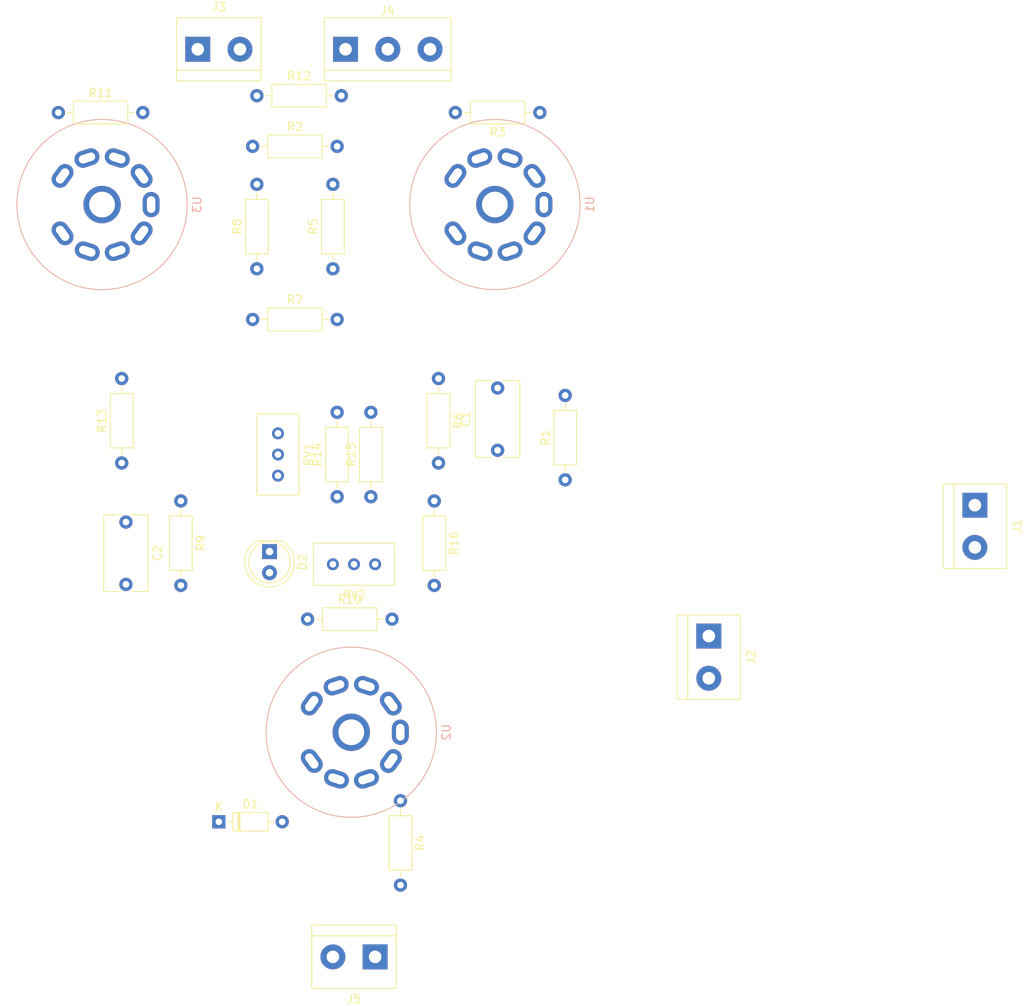
<source format=kicad_pcb>
(kicad_pcb (version 20171130) (host pcbnew 5.1.5-52549c5~86~ubuntu18.04.1)

  (general
    (thickness 1.6)
    (drawings 0)
    (tracks 0)
    (zones 0)
    (modules 30)
    (nets 30)
  )

  (page A4)
  (title_block
    (title "Amboulons Audio Amplifier")
    (date 2020-06-28)
    (rev V0.1)
    (company "Grégoire HUBERT")
    (comment 1 "Licence CC-by-sa")
    (comment 2 "original design by Yves MONMAGNON 2004")
  )

  (layers
    (0 F.Cu signal)
    (31 B.Cu signal)
    (32 B.Adhes user)
    (33 F.Adhes user)
    (34 B.Paste user)
    (35 F.Paste user)
    (36 B.SilkS user)
    (37 F.SilkS user)
    (38 B.Mask user)
    (39 F.Mask user)
    (40 Dwgs.User user)
    (41 Cmts.User user)
    (42 Eco1.User user)
    (43 Eco2.User user)
    (44 Edge.Cuts user)
    (45 Margin user)
    (46 B.CrtYd user)
    (47 F.CrtYd user)
    (48 B.Fab user)
    (49 F.Fab user)
  )

  (setup
    (last_trace_width 0.25)
    (trace_clearance 0.2)
    (zone_clearance 0.508)
    (zone_45_only no)
    (trace_min 0.2)
    (via_size 0.8)
    (via_drill 0.4)
    (via_min_size 0.4)
    (via_min_drill 0.3)
    (uvia_size 0.3)
    (uvia_drill 0.1)
    (uvias_allowed no)
    (uvia_min_size 0.2)
    (uvia_min_drill 0.1)
    (edge_width 0.05)
    (segment_width 0.2)
    (pcb_text_width 0.3)
    (pcb_text_size 1.5 1.5)
    (mod_edge_width 0.12)
    (mod_text_size 1 1)
    (mod_text_width 0.15)
    (pad_size 1.524 1.524)
    (pad_drill 0.762)
    (pad_to_mask_clearance 0.051)
    (solder_mask_min_width 0.25)
    (aux_axis_origin 0 0)
    (visible_elements FFFFFF7F)
    (pcbplotparams
      (layerselection 0x010fc_ffffffff)
      (usegerberextensions false)
      (usegerberattributes false)
      (usegerberadvancedattributes false)
      (creategerberjobfile false)
      (excludeedgelayer true)
      (linewidth 0.100000)
      (plotframeref false)
      (viasonmask false)
      (mode 1)
      (useauxorigin false)
      (hpglpennumber 1)
      (hpglpenspeed 20)
      (hpglpendiameter 15.000000)
      (psnegative false)
      (psa4output false)
      (plotreference true)
      (plotvalue true)
      (plotinvisibletext false)
      (padsonsilk false)
      (subtractmaskfromsilk false)
      (outputformat 1)
      (mirror false)
      (drillshape 1)
      (scaleselection 1)
      (outputdirectory ""))
  )

  (net 0 "")
  (net 1 "Net-(C1-Pad2)")
  (net 2 "Net-(C1-Pad1)")
  (net 3 "Net-(C2-Pad2)")
  (net 4 "Net-(C2-Pad1)")
  (net 5 "Net-(D1-Pad2)")
  (net 6 /-15V)
  (net 7 GND)
  (net 8 "Net-(D2-Pad1)")
  (net 9 "Net-(J1-Pad2)")
  (net 10 "Net-(J1-Pad1)")
  (net 11 "Net-(J2-Pad2)")
  (net 12 "Net-(J2-Pad1)")
  (net 13 /Anode-B)
  (net 14 /Anode-A)
  (net 15 /+250REG)
  (net 16 /FB)
  (net 17 /IN)
  (net 18 /BIAS-B)
  (net 19 "Net-(R3-Pad1)")
  (net 20 "Net-(R4-Pad1)")
  (net 21 "Net-(R5-Pad1)")
  (net 22 "Net-(R7-Pad1)")
  (net 23 "Net-(R10-Pad2)")
  (net 24 "Net-(R11-Pad1)")
  (net 25 /BIAS-A)
  (net 26 "Net-(R16-Pad2)")
  (net 27 "Net-(RV1-Pad2)")
  (net 28 "Net-(R2-Pad2)")
  (net 29 "Net-(R12-Pad1)")

  (net_class Default "This is the default net class."
    (clearance 0.2)
    (trace_width 0.25)
    (via_dia 0.8)
    (via_drill 0.4)
    (uvia_dia 0.3)
    (uvia_drill 0.1)
    (add_net /+250REG)
    (add_net /-15V)
    (add_net /Anode-A)
    (add_net /Anode-B)
    (add_net /BIAS-A)
    (add_net /BIAS-B)
    (add_net /FB)
    (add_net /IN)
    (add_net GND)
    (add_net "Net-(C1-Pad1)")
    (add_net "Net-(C1-Pad2)")
    (add_net "Net-(C2-Pad1)")
    (add_net "Net-(C2-Pad2)")
    (add_net "Net-(D1-Pad2)")
    (add_net "Net-(D2-Pad1)")
    (add_net "Net-(J1-Pad1)")
    (add_net "Net-(J1-Pad2)")
    (add_net "Net-(J2-Pad1)")
    (add_net "Net-(J2-Pad2)")
    (add_net "Net-(R10-Pad2)")
    (add_net "Net-(R11-Pad1)")
    (add_net "Net-(R12-Pad1)")
    (add_net "Net-(R16-Pad2)")
    (add_net "Net-(R2-Pad2)")
    (add_net "Net-(R3-Pad1)")
    (add_net "Net-(R4-Pad1)")
    (add_net "Net-(R5-Pad1)")
    (add_net "Net-(R7-Pad1)")
    (add_net "Net-(RV1-Pad2)")
  )

  (net_class HT ""
    (clearance 0.55)
    (trace_width 0.25)
    (via_dia 0.8)
    (via_drill 0.4)
    (uvia_dia 0.3)
    (uvia_drill 0.1)
  )

  (module Valve:Valve_ECC-83-2 (layer B.Cu) (tedit 5A030096) (tstamp 5EF88EA0)
    (at 122.936 51.308 90)
    (descr "Valve ECC-83-2 flat pins")
    (tags "Valve ECC-83-2 flat pins")
    (path /5EF847B7)
    (fp_text reference U3 (at -3.45 16.18 90) (layer B.SilkS)
      (effects (font (size 1 1) (thickness 0.15)) (justify mirror))
    )
    (fp_text value EL84 (at -3.45 -6.68 90) (layer B.Fab)
      (effects (font (size 1 1) (thickness 0.15)) (justify mirror))
    )
    (fp_circle (center -3.45 4.75) (end 6.71 3.48) (layer B.SilkS) (width 0.12))
    (fp_circle (center -3.45 4.75) (end -3.45 15.25) (layer B.CrtYd) (width 0.05))
    (fp_circle (center -3.45 4.75) (end -3.45 15) (layer B.Fab) (width 0.1))
    (fp_text user %R (at -3.45 13.25 90) (layer B.Fab)
      (effects (font (size 1 1) (thickness 0.15)) (justify mirror))
    )
    (pad 2 thru_hole circle (at -3.45 4.75 90) (size 4.5 4.5) (drill 3.1) (layers *.Cu *.Mask)
      (net 4 "Net-(C2-Pad1)"))
    (pad 9 thru_hole oval (at -6.91 0 36) (size 2.03 3.05) (drill oval 1.02 2.03) (layers *.Cu *.Mask)
      (net 29 "Net-(R12-Pad1)"))
    (pad 8 thru_hole oval (at -9.06 2.97 72) (size 2.03 3.05) (drill oval 1.02 2.03) (layers *.Cu *.Mask))
    (pad 7 thru_hole oval (at -9.06 6.58 108) (size 2.03 3.05) (drill oval 1.02 2.03) (layers *.Cu *.Mask)
      (net 14 /Anode-A))
    (pad 6 thru_hole oval (at -6.91 9.51 144) (size 2.03 3.05) (drill oval 1.02 2.03) (layers *.Cu *.Mask))
    (pad 5 thru_hole oval (at -3.45 10.65) (size 2.03 3.05) (drill oval 1.02 2.03) (layers *.Cu *.Mask)
      (net 10 "Net-(J1-Pad1)"))
    (pad 4 thru_hole oval (at 0 9.51 36) (size 2.03 3.05) (drill oval 1.02 2.03) (layers *.Cu *.Mask)
      (net 9 "Net-(J1-Pad2)"))
    (pad 3 thru_hole oval (at 2.15 6.58 72) (size 2.03 3.05) (drill oval 1.02 2.03) (layers *.Cu *.Mask)
      (net 24 "Net-(R11-Pad1)"))
    (pad 2 thru_hole oval (at 2.15 2.93 108) (size 2.03 3.05) (drill oval 1.02 2.03) (layers *.Cu *.Mask)
      (net 4 "Net-(C2-Pad1)"))
    (pad 1 thru_hole oval (at 0 0 144) (size 2.03 3.05) (drill oval 1.02 2.03) (layers *.Cu *.Mask))
    (model ${KISYS3DMOD}/Valve.3dshapes/Valve_ECC-83-2.wrl
      (at (xyz 0 0 0))
      (scale (xyz 1 1 1))
      (rotate (xyz 0 0 0))
    )
  )

  (module Valve:Valve_ECC-83-2 (layer B.Cu) (tedit 5A030096) (tstamp 5EF88E8F)
    (at 152.908 114.808 90)
    (descr "Valve ECC-83-2 flat pins")
    (tags "Valve ECC-83-2 flat pins")
    (path /5EF7145C)
    (fp_text reference U2 (at -3.45 16.18 90) (layer B.SilkS)
      (effects (font (size 1 1) (thickness 0.15)) (justify mirror))
    )
    (fp_text value ECC83 (at -3.45 -6.68 90) (layer B.Fab)
      (effects (font (size 1 1) (thickness 0.15)) (justify mirror))
    )
    (fp_circle (center -3.45 4.75) (end 6.71 3.48) (layer B.SilkS) (width 0.12))
    (fp_circle (center -3.45 4.75) (end -3.45 15.25) (layer B.CrtYd) (width 0.05))
    (fp_circle (center -3.45 4.75) (end -3.45 15) (layer B.Fab) (width 0.1))
    (fp_text user %R (at -3.45 13.25 90) (layer B.Fab)
      (effects (font (size 1 1) (thickness 0.15)) (justify mirror))
    )
    (pad 2 thru_hole circle (at -3.45 4.75 90) (size 4.5 4.5) (drill 3.1) (layers *.Cu *.Mask)
      (net 23 "Net-(R10-Pad2)"))
    (pad 9 thru_hole oval (at -6.91 0 36) (size 2.03 3.05) (drill oval 1.02 2.03) (layers *.Cu *.Mask)
      (net 26 "Net-(R16-Pad2)"))
    (pad 8 thru_hole oval (at -9.06 2.97 72) (size 2.03 3.05) (drill oval 1.02 2.03) (layers *.Cu *.Mask)
      (net 5 "Net-(D1-Pad2)"))
    (pad 7 thru_hole oval (at -9.06 6.58 108) (size 2.03 3.05) (drill oval 1.02 2.03) (layers *.Cu *.Mask)
      (net 20 "Net-(R4-Pad1)"))
    (pad 6 thru_hole oval (at -6.91 9.51 144) (size 2.03 3.05) (drill oval 1.02 2.03) (layers *.Cu *.Mask)
      (net 2 "Net-(C1-Pad1)"))
    (pad 5 thru_hole oval (at -3.45 10.65) (size 2.03 3.05) (drill oval 1.02 2.03) (layers *.Cu *.Mask)
      (net 11 "Net-(J2-Pad2)"))
    (pad 4 thru_hole oval (at 0 9.51 36) (size 2.03 3.05) (drill oval 1.02 2.03) (layers *.Cu *.Mask)
      (net 12 "Net-(J2-Pad1)"))
    (pad 3 thru_hole oval (at 2.15 6.58 72) (size 2.03 3.05) (drill oval 1.02 2.03) (layers *.Cu *.Mask)
      (net 5 "Net-(D1-Pad2)"))
    (pad 2 thru_hole oval (at 2.15 2.93 108) (size 2.03 3.05) (drill oval 1.02 2.03) (layers *.Cu *.Mask)
      (net 23 "Net-(R10-Pad2)"))
    (pad 1 thru_hole oval (at 0 0 144) (size 2.03 3.05) (drill oval 1.02 2.03) (layers *.Cu *.Mask)
      (net 3 "Net-(C2-Pad2)"))
    (model ${KISYS3DMOD}/Valve.3dshapes/Valve_ECC-83-2.wrl
      (at (xyz 0 0 0))
      (scale (xyz 1 1 1))
      (rotate (xyz 0 0 0))
    )
  )

  (module Valve:Valve_ECC-83-2 (layer B.Cu) (tedit 5A030096) (tstamp 5EF88E7E)
    (at 170.18 51.308 90)
    (descr "Valve ECC-83-2 flat pins")
    (tags "Valve ECC-83-2 flat pins")
    (path /5EF82BF6)
    (fp_text reference U1 (at -3.45 16.18 90) (layer B.SilkS)
      (effects (font (size 1 1) (thickness 0.15)) (justify mirror))
    )
    (fp_text value EL84 (at -3.45 -6.68 90) (layer B.Fab)
      (effects (font (size 1 1) (thickness 0.15)) (justify mirror))
    )
    (fp_circle (center -3.45 4.75) (end 6.71 3.48) (layer B.SilkS) (width 0.12))
    (fp_circle (center -3.45 4.75) (end -3.45 15.25) (layer B.CrtYd) (width 0.05))
    (fp_circle (center -3.45 4.75) (end -3.45 15) (layer B.Fab) (width 0.1))
    (fp_text user %R (at -3.45 13.25 90) (layer B.Fab)
      (effects (font (size 1 1) (thickness 0.15)) (justify mirror))
    )
    (pad 2 thru_hole circle (at -3.45 4.75 90) (size 4.5 4.5) (drill 3.1) (layers *.Cu *.Mask)
      (net 1 "Net-(C1-Pad2)"))
    (pad 9 thru_hole oval (at -6.91 0 36) (size 2.03 3.05) (drill oval 1.02 2.03) (layers *.Cu *.Mask)
      (net 28 "Net-(R2-Pad2)"))
    (pad 8 thru_hole oval (at -9.06 2.97 72) (size 2.03 3.05) (drill oval 1.02 2.03) (layers *.Cu *.Mask))
    (pad 7 thru_hole oval (at -9.06 6.58 108) (size 2.03 3.05) (drill oval 1.02 2.03) (layers *.Cu *.Mask)
      (net 13 /Anode-B))
    (pad 6 thru_hole oval (at -6.91 9.51 144) (size 2.03 3.05) (drill oval 1.02 2.03) (layers *.Cu *.Mask))
    (pad 5 thru_hole oval (at -3.45 10.65) (size 2.03 3.05) (drill oval 1.02 2.03) (layers *.Cu *.Mask)
      (net 10 "Net-(J1-Pad1)"))
    (pad 4 thru_hole oval (at 0 9.51 36) (size 2.03 3.05) (drill oval 1.02 2.03) (layers *.Cu *.Mask)
      (net 9 "Net-(J1-Pad2)"))
    (pad 3 thru_hole oval (at 2.15 6.58 72) (size 2.03 3.05) (drill oval 1.02 2.03) (layers *.Cu *.Mask)
      (net 19 "Net-(R3-Pad1)"))
    (pad 2 thru_hole oval (at 2.15 2.93 108) (size 2.03 3.05) (drill oval 1.02 2.03) (layers *.Cu *.Mask)
      (net 1 "Net-(C1-Pad2)"))
    (pad 1 thru_hole oval (at 0 0 144) (size 2.03 3.05) (drill oval 1.02 2.03) (layers *.Cu *.Mask))
    (model ${KISYS3DMOD}/Valve.3dshapes/Valve_ECC-83-2.wrl
      (at (xyz 0 0 0))
      (scale (xyz 1 1 1))
      (rotate (xyz 0 0 0))
    )
  )

  (module Resistor_THT:R_Axial_DIN0207_L6.3mm_D2.5mm_P10.16mm_Horizontal (layer F.Cu) (tedit 5AE5139B) (tstamp 5EF9006E)
    (at 146.304 41.656)
    (descr "Resistor, Axial_DIN0207 series, Axial, Horizontal, pin pitch=10.16mm, 0.25W = 1/4W, length*diameter=6.3*2.5mm^2, http://cdn-reichelt.de/documents/datenblatt/B400/1_4W%23YAG.pdf")
    (tags "Resistor Axial_DIN0207 series Axial Horizontal pin pitch 10.16mm 0.25W = 1/4W length 6.3mm diameter 2.5mm")
    (path /5EFBA65E)
    (fp_text reference R12 (at 5.08 -2.37) (layer F.SilkS)
      (effects (font (size 1 1) (thickness 0.15)))
    )
    (fp_text value 100 (at 5.08 2.37) (layer F.Fab)
      (effects (font (size 1 1) (thickness 0.15)))
    )
    (fp_text user %R (at 5.08 0) (layer F.Fab)
      (effects (font (size 1 1) (thickness 0.15)))
    )
    (fp_line (start 11.21 -1.5) (end -1.05 -1.5) (layer F.CrtYd) (width 0.05))
    (fp_line (start 11.21 1.5) (end 11.21 -1.5) (layer F.CrtYd) (width 0.05))
    (fp_line (start -1.05 1.5) (end 11.21 1.5) (layer F.CrtYd) (width 0.05))
    (fp_line (start -1.05 -1.5) (end -1.05 1.5) (layer F.CrtYd) (width 0.05))
    (fp_line (start 9.12 0) (end 8.35 0) (layer F.SilkS) (width 0.12))
    (fp_line (start 1.04 0) (end 1.81 0) (layer F.SilkS) (width 0.12))
    (fp_line (start 8.35 -1.37) (end 1.81 -1.37) (layer F.SilkS) (width 0.12))
    (fp_line (start 8.35 1.37) (end 8.35 -1.37) (layer F.SilkS) (width 0.12))
    (fp_line (start 1.81 1.37) (end 8.35 1.37) (layer F.SilkS) (width 0.12))
    (fp_line (start 1.81 -1.37) (end 1.81 1.37) (layer F.SilkS) (width 0.12))
    (fp_line (start 10.16 0) (end 8.23 0) (layer F.Fab) (width 0.1))
    (fp_line (start 0 0) (end 1.93 0) (layer F.Fab) (width 0.1))
    (fp_line (start 8.23 -1.25) (end 1.93 -1.25) (layer F.Fab) (width 0.1))
    (fp_line (start 8.23 1.25) (end 8.23 -1.25) (layer F.Fab) (width 0.1))
    (fp_line (start 1.93 1.25) (end 8.23 1.25) (layer F.Fab) (width 0.1))
    (fp_line (start 1.93 -1.25) (end 1.93 1.25) (layer F.Fab) (width 0.1))
    (pad 2 thru_hole oval (at 10.16 0) (size 1.6 1.6) (drill 0.8) (layers *.Cu *.Mask)
      (net 15 /+250REG))
    (pad 1 thru_hole circle (at 0 0) (size 1.6 1.6) (drill 0.8) (layers *.Cu *.Mask)
      (net 29 "Net-(R12-Pad1)"))
    (model ${KISYS3DMOD}/Resistor_THT.3dshapes/R_Axial_DIN0207_L6.3mm_D2.5mm_P10.16mm_Horizontal.wrl
      (at (xyz 0 0 0))
      (scale (xyz 1 1 1))
      (rotate (xyz 0 0 0))
    )
  )

  (module Resistor_THT:R_Axial_DIN0207_L6.3mm_D2.5mm_P10.16mm_Horizontal (layer F.Cu) (tedit 5AE5139B) (tstamp 5EF8FECB)
    (at 145.796 47.752)
    (descr "Resistor, Axial_DIN0207 series, Axial, Horizontal, pin pitch=10.16mm, 0.25W = 1/4W, length*diameter=6.3*2.5mm^2, http://cdn-reichelt.de/documents/datenblatt/B400/1_4W%23YAG.pdf")
    (tags "Resistor Axial_DIN0207 series Axial Horizontal pin pitch 10.16mm 0.25W = 1/4W length 6.3mm diameter 2.5mm")
    (path /5EFB48AC)
    (fp_text reference R2 (at 5.08 -2.37) (layer F.SilkS)
      (effects (font (size 1 1) (thickness 0.15)))
    )
    (fp_text value 100 (at 5.08 2.37) (layer F.Fab)
      (effects (font (size 1 1) (thickness 0.15)))
    )
    (fp_text user %R (at 5.08 0) (layer F.Fab)
      (effects (font (size 1 1) (thickness 0.15)))
    )
    (fp_line (start 11.21 -1.5) (end -1.05 -1.5) (layer F.CrtYd) (width 0.05))
    (fp_line (start 11.21 1.5) (end 11.21 -1.5) (layer F.CrtYd) (width 0.05))
    (fp_line (start -1.05 1.5) (end 11.21 1.5) (layer F.CrtYd) (width 0.05))
    (fp_line (start -1.05 -1.5) (end -1.05 1.5) (layer F.CrtYd) (width 0.05))
    (fp_line (start 9.12 0) (end 8.35 0) (layer F.SilkS) (width 0.12))
    (fp_line (start 1.04 0) (end 1.81 0) (layer F.SilkS) (width 0.12))
    (fp_line (start 8.35 -1.37) (end 1.81 -1.37) (layer F.SilkS) (width 0.12))
    (fp_line (start 8.35 1.37) (end 8.35 -1.37) (layer F.SilkS) (width 0.12))
    (fp_line (start 1.81 1.37) (end 8.35 1.37) (layer F.SilkS) (width 0.12))
    (fp_line (start 1.81 -1.37) (end 1.81 1.37) (layer F.SilkS) (width 0.12))
    (fp_line (start 10.16 0) (end 8.23 0) (layer F.Fab) (width 0.1))
    (fp_line (start 0 0) (end 1.93 0) (layer F.Fab) (width 0.1))
    (fp_line (start 8.23 -1.25) (end 1.93 -1.25) (layer F.Fab) (width 0.1))
    (fp_line (start 8.23 1.25) (end 8.23 -1.25) (layer F.Fab) (width 0.1))
    (fp_line (start 1.93 1.25) (end 8.23 1.25) (layer F.Fab) (width 0.1))
    (fp_line (start 1.93 -1.25) (end 1.93 1.25) (layer F.Fab) (width 0.1))
    (pad 2 thru_hole oval (at 10.16 0) (size 1.6 1.6) (drill 0.8) (layers *.Cu *.Mask)
      (net 28 "Net-(R2-Pad2)"))
    (pad 1 thru_hole circle (at 0 0) (size 1.6 1.6) (drill 0.8) (layers *.Cu *.Mask)
      (net 15 /+250REG))
    (model ${KISYS3DMOD}/Resistor_THT.3dshapes/R_Axial_DIN0207_L6.3mm_D2.5mm_P10.16mm_Horizontal.wrl
      (at (xyz 0 0 0))
      (scale (xyz 1 1 1))
      (rotate (xyz 0 0 0))
    )
  )

  (module Potentiometer_THT:Potentiometer_Bourns_3296W_Vertical (layer F.Cu) (tedit 5A3D4994) (tstamp 5EF88E6D)
    (at 155.448 98.044 180)
    (descr "Potentiometer, vertical, Bourns 3296W, https://www.bourns.com/pdfs/3296.pdf")
    (tags "Potentiometer vertical Bourns 3296W")
    (path /5F02F3AE)
    (fp_text reference RV2 (at -2.54 -3.66) (layer F.SilkS)
      (effects (font (size 1 1) (thickness 0.15)))
    )
    (fp_text value 2.2k (at -2.54 3.67) (layer F.Fab)
      (effects (font (size 1 1) (thickness 0.15)))
    )
    (fp_text user %R (at -3.175 0.005) (layer F.Fab)
      (effects (font (size 1 1) (thickness 0.15)))
    )
    (fp_line (start 2.5 -2.7) (end -7.6 -2.7) (layer F.CrtYd) (width 0.05))
    (fp_line (start 2.5 2.7) (end 2.5 -2.7) (layer F.CrtYd) (width 0.05))
    (fp_line (start -7.6 2.7) (end 2.5 2.7) (layer F.CrtYd) (width 0.05))
    (fp_line (start -7.6 -2.7) (end -7.6 2.7) (layer F.CrtYd) (width 0.05))
    (fp_line (start 2.345 -2.53) (end 2.345 2.54) (layer F.SilkS) (width 0.12))
    (fp_line (start -7.425 -2.53) (end -7.425 2.54) (layer F.SilkS) (width 0.12))
    (fp_line (start -7.425 2.54) (end 2.345 2.54) (layer F.SilkS) (width 0.12))
    (fp_line (start -7.425 -2.53) (end 2.345 -2.53) (layer F.SilkS) (width 0.12))
    (fp_line (start 0.955 2.235) (end 0.956 0.066) (layer F.Fab) (width 0.1))
    (fp_line (start 0.955 2.235) (end 0.956 0.066) (layer F.Fab) (width 0.1))
    (fp_line (start 2.225 -2.41) (end -7.305 -2.41) (layer F.Fab) (width 0.1))
    (fp_line (start 2.225 2.42) (end 2.225 -2.41) (layer F.Fab) (width 0.1))
    (fp_line (start -7.305 2.42) (end 2.225 2.42) (layer F.Fab) (width 0.1))
    (fp_line (start -7.305 -2.41) (end -7.305 2.42) (layer F.Fab) (width 0.1))
    (fp_circle (center 0.955 1.15) (end 2.05 1.15) (layer F.Fab) (width 0.1))
    (pad 3 thru_hole circle (at -5.08 0 180) (size 1.44 1.44) (drill 0.8) (layers *.Cu *.Mask)
      (net 18 /BIAS-B))
    (pad 2 thru_hole circle (at -2.54 0 180) (size 1.44 1.44) (drill 0.8) (layers *.Cu *.Mask)
      (net 27 "Net-(RV1-Pad2)"))
    (pad 1 thru_hole circle (at 0 0 180) (size 1.44 1.44) (drill 0.8) (layers *.Cu *.Mask)
      (net 25 /BIAS-A))
    (model ${KISYS3DMOD}/Potentiometer_THT.3dshapes/Potentiometer_Bourns_3296W_Vertical.wrl
      (at (xyz 0 0 0))
      (scale (xyz 1 1 1))
      (rotate (xyz 0 0 0))
    )
  )

  (module Potentiometer_THT:Potentiometer_Bourns_3296W_Vertical (layer F.Cu) (tedit 5A3D4994) (tstamp 5EF88E56)
    (at 148.844 87.376 270)
    (descr "Potentiometer, vertical, Bourns 3296W, https://www.bourns.com/pdfs/3296.pdf")
    (tags "Potentiometer vertical Bourns 3296W")
    (path /5F02A2C1)
    (fp_text reference RV1 (at -2.54 -3.66 90) (layer F.SilkS)
      (effects (font (size 1 1) (thickness 0.15)))
    )
    (fp_text value 4.7k (at -2.54 3.67 90) (layer F.Fab)
      (effects (font (size 1 1) (thickness 0.15)))
    )
    (fp_text user %R (at -3.175 0.005 90) (layer F.Fab)
      (effects (font (size 1 1) (thickness 0.15)))
    )
    (fp_line (start 2.5 -2.7) (end -7.6 -2.7) (layer F.CrtYd) (width 0.05))
    (fp_line (start 2.5 2.7) (end 2.5 -2.7) (layer F.CrtYd) (width 0.05))
    (fp_line (start -7.6 2.7) (end 2.5 2.7) (layer F.CrtYd) (width 0.05))
    (fp_line (start -7.6 -2.7) (end -7.6 2.7) (layer F.CrtYd) (width 0.05))
    (fp_line (start 2.345 -2.53) (end 2.345 2.54) (layer F.SilkS) (width 0.12))
    (fp_line (start -7.425 -2.53) (end -7.425 2.54) (layer F.SilkS) (width 0.12))
    (fp_line (start -7.425 2.54) (end 2.345 2.54) (layer F.SilkS) (width 0.12))
    (fp_line (start -7.425 -2.53) (end 2.345 -2.53) (layer F.SilkS) (width 0.12))
    (fp_line (start 0.955 2.235) (end 0.956 0.066) (layer F.Fab) (width 0.1))
    (fp_line (start 0.955 2.235) (end 0.956 0.066) (layer F.Fab) (width 0.1))
    (fp_line (start 2.225 -2.41) (end -7.305 -2.41) (layer F.Fab) (width 0.1))
    (fp_line (start 2.225 2.42) (end 2.225 -2.41) (layer F.Fab) (width 0.1))
    (fp_line (start -7.305 2.42) (end 2.225 2.42) (layer F.Fab) (width 0.1))
    (fp_line (start -7.305 -2.41) (end -7.305 2.42) (layer F.Fab) (width 0.1))
    (fp_circle (center 0.955 1.15) (end 2.05 1.15) (layer F.Fab) (width 0.1))
    (pad 3 thru_hole circle (at -5.08 0 270) (size 1.44 1.44) (drill 0.8) (layers *.Cu *.Mask)
      (net 27 "Net-(RV1-Pad2)"))
    (pad 2 thru_hole circle (at -2.54 0 270) (size 1.44 1.44) (drill 0.8) (layers *.Cu *.Mask)
      (net 27 "Net-(RV1-Pad2)"))
    (pad 1 thru_hole circle (at 0 0 270) (size 1.44 1.44) (drill 0.8) (layers *.Cu *.Mask)
      (net 8 "Net-(D2-Pad1)"))
    (model ${KISYS3DMOD}/Potentiometer_THT.3dshapes/Potentiometer_Bourns_3296W_Vertical.wrl
      (at (xyz 0 0 0))
      (scale (xyz 1 1 1))
      (rotate (xyz 0 0 0))
    )
  )

  (module Resistor_THT:R_Axial_DIN0207_L6.3mm_D2.5mm_P10.16mm_Horizontal (layer F.Cu) (tedit 5AE5139B) (tstamp 5EF88E3F)
    (at 167.64 90.424 270)
    (descr "Resistor, Axial_DIN0207 series, Axial, Horizontal, pin pitch=10.16mm, 0.25W = 1/4W, length*diameter=6.3*2.5mm^2, http://cdn-reichelt.de/documents/datenblatt/B400/1_4W%23YAG.pdf")
    (tags "Resistor Axial_DIN0207 series Axial Horizontal pin pitch 10.16mm 0.25W = 1/4W length 6.3mm diameter 2.5mm")
    (path /5EFBC805)
    (fp_text reference R16 (at 5.08 -2.37 90) (layer F.SilkS)
      (effects (font (size 1 1) (thickness 0.15)))
    )
    (fp_text value 100 (at 5.08 2.37 90) (layer F.Fab)
      (effects (font (size 1 1) (thickness 0.15)))
    )
    (fp_text user %R (at 5.08 0 90) (layer F.Fab)
      (effects (font (size 1 1) (thickness 0.15)))
    )
    (fp_line (start 11.21 -1.5) (end -1.05 -1.5) (layer F.CrtYd) (width 0.05))
    (fp_line (start 11.21 1.5) (end 11.21 -1.5) (layer F.CrtYd) (width 0.05))
    (fp_line (start -1.05 1.5) (end 11.21 1.5) (layer F.CrtYd) (width 0.05))
    (fp_line (start -1.05 -1.5) (end -1.05 1.5) (layer F.CrtYd) (width 0.05))
    (fp_line (start 9.12 0) (end 8.35 0) (layer F.SilkS) (width 0.12))
    (fp_line (start 1.04 0) (end 1.81 0) (layer F.SilkS) (width 0.12))
    (fp_line (start 8.35 -1.37) (end 1.81 -1.37) (layer F.SilkS) (width 0.12))
    (fp_line (start 8.35 1.37) (end 8.35 -1.37) (layer F.SilkS) (width 0.12))
    (fp_line (start 1.81 1.37) (end 8.35 1.37) (layer F.SilkS) (width 0.12))
    (fp_line (start 1.81 -1.37) (end 1.81 1.37) (layer F.SilkS) (width 0.12))
    (fp_line (start 10.16 0) (end 8.23 0) (layer F.Fab) (width 0.1))
    (fp_line (start 0 0) (end 1.93 0) (layer F.Fab) (width 0.1))
    (fp_line (start 8.23 -1.25) (end 1.93 -1.25) (layer F.Fab) (width 0.1))
    (fp_line (start 8.23 1.25) (end 8.23 -1.25) (layer F.Fab) (width 0.1))
    (fp_line (start 1.93 1.25) (end 8.23 1.25) (layer F.Fab) (width 0.1))
    (fp_line (start 1.93 -1.25) (end 1.93 1.25) (layer F.Fab) (width 0.1))
    (pad 2 thru_hole oval (at 10.16 0 270) (size 1.6 1.6) (drill 0.8) (layers *.Cu *.Mask)
      (net 26 "Net-(R16-Pad2)"))
    (pad 1 thru_hole circle (at 0 0 270) (size 1.6 1.6) (drill 0.8) (layers *.Cu *.Mask)
      (net 7 GND))
    (model ${KISYS3DMOD}/Resistor_THT.3dshapes/R_Axial_DIN0207_L6.3mm_D2.5mm_P10.16mm_Horizontal.wrl
      (at (xyz 0 0 0))
      (scale (xyz 1 1 1))
      (rotate (xyz 0 0 0))
    )
  )

  (module Resistor_THT:R_Axial_DIN0207_L6.3mm_D2.5mm_P10.16mm_Horizontal (layer F.Cu) (tedit 5AE5139B) (tstamp 5EF88E28)
    (at 160.02 89.916 90)
    (descr "Resistor, Axial_DIN0207 series, Axial, Horizontal, pin pitch=10.16mm, 0.25W = 1/4W, length*diameter=6.3*2.5mm^2, http://cdn-reichelt.de/documents/datenblatt/B400/1_4W%23YAG.pdf")
    (tags "Resistor Axial_DIN0207 series Axial Horizontal pin pitch 10.16mm 0.25W = 1/4W length 6.3mm diameter 2.5mm")
    (path /5F03494D)
    (fp_text reference R15 (at 5.08 -2.37 90) (layer F.SilkS)
      (effects (font (size 1 1) (thickness 0.15)))
    )
    (fp_text value 4.7k (at 5.08 2.37 90) (layer F.Fab)
      (effects (font (size 1 1) (thickness 0.15)))
    )
    (fp_text user %R (at 5.08 0 90) (layer F.Fab)
      (effects (font (size 1 1) (thickness 0.15)))
    )
    (fp_line (start 11.21 -1.5) (end -1.05 -1.5) (layer F.CrtYd) (width 0.05))
    (fp_line (start 11.21 1.5) (end 11.21 -1.5) (layer F.CrtYd) (width 0.05))
    (fp_line (start -1.05 1.5) (end 11.21 1.5) (layer F.CrtYd) (width 0.05))
    (fp_line (start -1.05 -1.5) (end -1.05 1.5) (layer F.CrtYd) (width 0.05))
    (fp_line (start 9.12 0) (end 8.35 0) (layer F.SilkS) (width 0.12))
    (fp_line (start 1.04 0) (end 1.81 0) (layer F.SilkS) (width 0.12))
    (fp_line (start 8.35 -1.37) (end 1.81 -1.37) (layer F.SilkS) (width 0.12))
    (fp_line (start 8.35 1.37) (end 8.35 -1.37) (layer F.SilkS) (width 0.12))
    (fp_line (start 1.81 1.37) (end 8.35 1.37) (layer F.SilkS) (width 0.12))
    (fp_line (start 1.81 -1.37) (end 1.81 1.37) (layer F.SilkS) (width 0.12))
    (fp_line (start 10.16 0) (end 8.23 0) (layer F.Fab) (width 0.1))
    (fp_line (start 0 0) (end 1.93 0) (layer F.Fab) (width 0.1))
    (fp_line (start 8.23 -1.25) (end 1.93 -1.25) (layer F.Fab) (width 0.1))
    (fp_line (start 8.23 1.25) (end 8.23 -1.25) (layer F.Fab) (width 0.1))
    (fp_line (start 1.93 1.25) (end 8.23 1.25) (layer F.Fab) (width 0.1))
    (fp_line (start 1.93 -1.25) (end 1.93 1.25) (layer F.Fab) (width 0.1))
    (pad 2 thru_hole oval (at 10.16 0 90) (size 1.6 1.6) (drill 0.8) (layers *.Cu *.Mask)
      (net 6 /-15V))
    (pad 1 thru_hole circle (at 0 0 90) (size 1.6 1.6) (drill 0.8) (layers *.Cu *.Mask)
      (net 18 /BIAS-B))
    (model ${KISYS3DMOD}/Resistor_THT.3dshapes/R_Axial_DIN0207_L6.3mm_D2.5mm_P10.16mm_Horizontal.wrl
      (at (xyz 0 0 0))
      (scale (xyz 1 1 1))
      (rotate (xyz 0 0 0))
    )
  )

  (module Resistor_THT:R_Axial_DIN0207_L6.3mm_D2.5mm_P10.16mm_Horizontal (layer F.Cu) (tedit 5AE5139B) (tstamp 5EF88E11)
    (at 155.956 89.916 90)
    (descr "Resistor, Axial_DIN0207 series, Axial, Horizontal, pin pitch=10.16mm, 0.25W = 1/4W, length*diameter=6.3*2.5mm^2, http://cdn-reichelt.de/documents/datenblatt/B400/1_4W%23YAG.pdf")
    (tags "Resistor Axial_DIN0207 series Axial Horizontal pin pitch 10.16mm 0.25W = 1/4W length 6.3mm diameter 2.5mm")
    (path /5F038180)
    (fp_text reference R14 (at 5.08 -2.37 90) (layer F.SilkS)
      (effects (font (size 1 1) (thickness 0.15)))
    )
    (fp_text value 4.7k (at 5.08 2.37 90) (layer F.Fab)
      (effects (font (size 1 1) (thickness 0.15)))
    )
    (fp_text user %R (at 5.08 0 90) (layer F.Fab)
      (effects (font (size 1 1) (thickness 0.15)))
    )
    (fp_line (start 11.21 -1.5) (end -1.05 -1.5) (layer F.CrtYd) (width 0.05))
    (fp_line (start 11.21 1.5) (end 11.21 -1.5) (layer F.CrtYd) (width 0.05))
    (fp_line (start -1.05 1.5) (end 11.21 1.5) (layer F.CrtYd) (width 0.05))
    (fp_line (start -1.05 -1.5) (end -1.05 1.5) (layer F.CrtYd) (width 0.05))
    (fp_line (start 9.12 0) (end 8.35 0) (layer F.SilkS) (width 0.12))
    (fp_line (start 1.04 0) (end 1.81 0) (layer F.SilkS) (width 0.12))
    (fp_line (start 8.35 -1.37) (end 1.81 -1.37) (layer F.SilkS) (width 0.12))
    (fp_line (start 8.35 1.37) (end 8.35 -1.37) (layer F.SilkS) (width 0.12))
    (fp_line (start 1.81 1.37) (end 8.35 1.37) (layer F.SilkS) (width 0.12))
    (fp_line (start 1.81 -1.37) (end 1.81 1.37) (layer F.SilkS) (width 0.12))
    (fp_line (start 10.16 0) (end 8.23 0) (layer F.Fab) (width 0.1))
    (fp_line (start 0 0) (end 1.93 0) (layer F.Fab) (width 0.1))
    (fp_line (start 8.23 -1.25) (end 1.93 -1.25) (layer F.Fab) (width 0.1))
    (fp_line (start 8.23 1.25) (end 8.23 -1.25) (layer F.Fab) (width 0.1))
    (fp_line (start 1.93 1.25) (end 8.23 1.25) (layer F.Fab) (width 0.1))
    (fp_line (start 1.93 -1.25) (end 1.93 1.25) (layer F.Fab) (width 0.1))
    (pad 2 thru_hole oval (at 10.16 0 90) (size 1.6 1.6) (drill 0.8) (layers *.Cu *.Mask)
      (net 6 /-15V))
    (pad 1 thru_hole circle (at 0 0 90) (size 1.6 1.6) (drill 0.8) (layers *.Cu *.Mask)
      (net 25 /BIAS-A))
    (model ${KISYS3DMOD}/Resistor_THT.3dshapes/R_Axial_DIN0207_L6.3mm_D2.5mm_P10.16mm_Horizontal.wrl
      (at (xyz 0 0 0))
      (scale (xyz 1 1 1))
      (rotate (xyz 0 0 0))
    )
  )

  (module Resistor_THT:R_Axial_DIN0207_L6.3mm_D2.5mm_P10.16mm_Horizontal (layer F.Cu) (tedit 5AE5139B) (tstamp 5EF88DFA)
    (at 130.048 85.852 90)
    (descr "Resistor, Axial_DIN0207 series, Axial, Horizontal, pin pitch=10.16mm, 0.25W = 1/4W, length*diameter=6.3*2.5mm^2, http://cdn-reichelt.de/documents/datenblatt/B400/1_4W%23YAG.pdf")
    (tags "Resistor Axial_DIN0207 series Axial Horizontal pin pitch 10.16mm 0.25W = 1/4W length 6.3mm diameter 2.5mm")
    (path /5EFA923A)
    (fp_text reference R13 (at 5.08 -2.37 90) (layer F.SilkS)
      (effects (font (size 1 1) (thickness 0.15)))
    )
    (fp_text value 470k (at 5.08 2.37 90) (layer F.Fab)
      (effects (font (size 1 1) (thickness 0.15)))
    )
    (fp_text user %R (at 5.08 0 90) (layer F.Fab)
      (effects (font (size 1 1) (thickness 0.15)))
    )
    (fp_line (start 11.21 -1.5) (end -1.05 -1.5) (layer F.CrtYd) (width 0.05))
    (fp_line (start 11.21 1.5) (end 11.21 -1.5) (layer F.CrtYd) (width 0.05))
    (fp_line (start -1.05 1.5) (end 11.21 1.5) (layer F.CrtYd) (width 0.05))
    (fp_line (start -1.05 -1.5) (end -1.05 1.5) (layer F.CrtYd) (width 0.05))
    (fp_line (start 9.12 0) (end 8.35 0) (layer F.SilkS) (width 0.12))
    (fp_line (start 1.04 0) (end 1.81 0) (layer F.SilkS) (width 0.12))
    (fp_line (start 8.35 -1.37) (end 1.81 -1.37) (layer F.SilkS) (width 0.12))
    (fp_line (start 8.35 1.37) (end 8.35 -1.37) (layer F.SilkS) (width 0.12))
    (fp_line (start 1.81 1.37) (end 8.35 1.37) (layer F.SilkS) (width 0.12))
    (fp_line (start 1.81 -1.37) (end 1.81 1.37) (layer F.SilkS) (width 0.12))
    (fp_line (start 10.16 0) (end 8.23 0) (layer F.Fab) (width 0.1))
    (fp_line (start 0 0) (end 1.93 0) (layer F.Fab) (width 0.1))
    (fp_line (start 8.23 -1.25) (end 1.93 -1.25) (layer F.Fab) (width 0.1))
    (fp_line (start 8.23 1.25) (end 8.23 -1.25) (layer F.Fab) (width 0.1))
    (fp_line (start 1.93 1.25) (end 8.23 1.25) (layer F.Fab) (width 0.1))
    (fp_line (start 1.93 -1.25) (end 1.93 1.25) (layer F.Fab) (width 0.1))
    (pad 2 thru_hole oval (at 10.16 0 90) (size 1.6 1.6) (drill 0.8) (layers *.Cu *.Mask)
      (net 25 /BIAS-A))
    (pad 1 thru_hole circle (at 0 0 90) (size 1.6 1.6) (drill 0.8) (layers *.Cu *.Mask)
      (net 4 "Net-(C2-Pad1)"))
    (model ${KISYS3DMOD}/Resistor_THT.3dshapes/R_Axial_DIN0207_L6.3mm_D2.5mm_P10.16mm_Horizontal.wrl
      (at (xyz 0 0 0))
      (scale (xyz 1 1 1))
      (rotate (xyz 0 0 0))
    )
  )

  (module Resistor_THT:R_Axial_DIN0207_L6.3mm_D2.5mm_P10.16mm_Horizontal (layer F.Cu) (tedit 5AE5139B) (tstamp 5EF88DE3)
    (at 122.428 43.688)
    (descr "Resistor, Axial_DIN0207 series, Axial, Horizontal, pin pitch=10.16mm, 0.25W = 1/4W, length*diameter=6.3*2.5mm^2, http://cdn-reichelt.de/documents/datenblatt/B400/1_4W%23YAG.pdf")
    (tags "Resistor Axial_DIN0207 series Axial Horizontal pin pitch 10.16mm 0.25W = 1/4W length 6.3mm diameter 2.5mm")
    (path /5EF9B458)
    (fp_text reference R11 (at 5.08 -2.37) (layer F.SilkS)
      (effects (font (size 1 1) (thickness 0.15)))
    )
    (fp_text value 10 (at 5.08 2.37) (layer F.Fab)
      (effects (font (size 1 1) (thickness 0.15)))
    )
    (fp_text user %R (at 5.08 0) (layer F.Fab)
      (effects (font (size 1 1) (thickness 0.15)))
    )
    (fp_line (start 11.21 -1.5) (end -1.05 -1.5) (layer F.CrtYd) (width 0.05))
    (fp_line (start 11.21 1.5) (end 11.21 -1.5) (layer F.CrtYd) (width 0.05))
    (fp_line (start -1.05 1.5) (end 11.21 1.5) (layer F.CrtYd) (width 0.05))
    (fp_line (start -1.05 -1.5) (end -1.05 1.5) (layer F.CrtYd) (width 0.05))
    (fp_line (start 9.12 0) (end 8.35 0) (layer F.SilkS) (width 0.12))
    (fp_line (start 1.04 0) (end 1.81 0) (layer F.SilkS) (width 0.12))
    (fp_line (start 8.35 -1.37) (end 1.81 -1.37) (layer F.SilkS) (width 0.12))
    (fp_line (start 8.35 1.37) (end 8.35 -1.37) (layer F.SilkS) (width 0.12))
    (fp_line (start 1.81 1.37) (end 8.35 1.37) (layer F.SilkS) (width 0.12))
    (fp_line (start 1.81 -1.37) (end 1.81 1.37) (layer F.SilkS) (width 0.12))
    (fp_line (start 10.16 0) (end 8.23 0) (layer F.Fab) (width 0.1))
    (fp_line (start 0 0) (end 1.93 0) (layer F.Fab) (width 0.1))
    (fp_line (start 8.23 -1.25) (end 1.93 -1.25) (layer F.Fab) (width 0.1))
    (fp_line (start 8.23 1.25) (end 8.23 -1.25) (layer F.Fab) (width 0.1))
    (fp_line (start 1.93 1.25) (end 8.23 1.25) (layer F.Fab) (width 0.1))
    (fp_line (start 1.93 -1.25) (end 1.93 1.25) (layer F.Fab) (width 0.1))
    (pad 2 thru_hole oval (at 10.16 0) (size 1.6 1.6) (drill 0.8) (layers *.Cu *.Mask)
      (net 7 GND))
    (pad 1 thru_hole circle (at 0 0) (size 1.6 1.6) (drill 0.8) (layers *.Cu *.Mask)
      (net 24 "Net-(R11-Pad1)"))
    (model ${KISYS3DMOD}/Resistor_THT.3dshapes/R_Axial_DIN0207_L6.3mm_D2.5mm_P10.16mm_Horizontal.wrl
      (at (xyz 0 0 0))
      (scale (xyz 1 1 1))
      (rotate (xyz 0 0 0))
    )
  )

  (module Resistor_THT:R_Axial_DIN0207_L6.3mm_D2.5mm_P10.16mm_Horizontal (layer F.Cu) (tedit 5AE5139B) (tstamp 5EF88DCC)
    (at 152.4 104.648)
    (descr "Resistor, Axial_DIN0207 series, Axial, Horizontal, pin pitch=10.16mm, 0.25W = 1/4W, length*diameter=6.3*2.5mm^2, http://cdn-reichelt.de/documents/datenblatt/B400/1_4W%23YAG.pdf")
    (tags "Resistor Axial_DIN0207 series Axial Horizontal pin pitch 10.16mm 0.25W = 1/4W length 6.3mm diameter 2.5mm")
    (path /5EFF1434)
    (fp_text reference R10 (at 5.08 -2.37) (layer F.SilkS)
      (effects (font (size 1 1) (thickness 0.15)))
    )
    (fp_text value 1k (at 5.08 2.37) (layer F.Fab)
      (effects (font (size 1 1) (thickness 0.15)))
    )
    (fp_text user %R (at 5.08 0) (layer F.Fab)
      (effects (font (size 1 1) (thickness 0.15)))
    )
    (fp_line (start 11.21 -1.5) (end -1.05 -1.5) (layer F.CrtYd) (width 0.05))
    (fp_line (start 11.21 1.5) (end 11.21 -1.5) (layer F.CrtYd) (width 0.05))
    (fp_line (start -1.05 1.5) (end 11.21 1.5) (layer F.CrtYd) (width 0.05))
    (fp_line (start -1.05 -1.5) (end -1.05 1.5) (layer F.CrtYd) (width 0.05))
    (fp_line (start 9.12 0) (end 8.35 0) (layer F.SilkS) (width 0.12))
    (fp_line (start 1.04 0) (end 1.81 0) (layer F.SilkS) (width 0.12))
    (fp_line (start 8.35 -1.37) (end 1.81 -1.37) (layer F.SilkS) (width 0.12))
    (fp_line (start 8.35 1.37) (end 8.35 -1.37) (layer F.SilkS) (width 0.12))
    (fp_line (start 1.81 1.37) (end 8.35 1.37) (layer F.SilkS) (width 0.12))
    (fp_line (start 1.81 -1.37) (end 1.81 1.37) (layer F.SilkS) (width 0.12))
    (fp_line (start 10.16 0) (end 8.23 0) (layer F.Fab) (width 0.1))
    (fp_line (start 0 0) (end 1.93 0) (layer F.Fab) (width 0.1))
    (fp_line (start 8.23 -1.25) (end 1.93 -1.25) (layer F.Fab) (width 0.1))
    (fp_line (start 8.23 1.25) (end 8.23 -1.25) (layer F.Fab) (width 0.1))
    (fp_line (start 1.93 1.25) (end 8.23 1.25) (layer F.Fab) (width 0.1))
    (fp_line (start 1.93 -1.25) (end 1.93 1.25) (layer F.Fab) (width 0.1))
    (pad 2 thru_hole oval (at 10.16 0) (size 1.6 1.6) (drill 0.8) (layers *.Cu *.Mask)
      (net 23 "Net-(R10-Pad2)"))
    (pad 1 thru_hole circle (at 0 0) (size 1.6 1.6) (drill 0.8) (layers *.Cu *.Mask)
      (net 16 /FB))
    (model ${KISYS3DMOD}/Resistor_THT.3dshapes/R_Axial_DIN0207_L6.3mm_D2.5mm_P10.16mm_Horizontal.wrl
      (at (xyz 0 0 0))
      (scale (xyz 1 1 1))
      (rotate (xyz 0 0 0))
    )
  )

  (module Resistor_THT:R_Axial_DIN0207_L6.3mm_D2.5mm_P10.16mm_Horizontal (layer F.Cu) (tedit 5AE5139B) (tstamp 5EF8C181)
    (at 137.16 90.424 270)
    (descr "Resistor, Axial_DIN0207 series, Axial, Horizontal, pin pitch=10.16mm, 0.25W = 1/4W, length*diameter=6.3*2.5mm^2, http://cdn-reichelt.de/documents/datenblatt/B400/1_4W%23YAG.pdf")
    (tags "Resistor Axial_DIN0207 series Axial Horizontal pin pitch 10.16mm 0.25W = 1/4W length 6.3mm diameter 2.5mm")
    (path /5EF81212)
    (fp_text reference R9 (at 5.08 -2.37 90) (layer F.SilkS)
      (effects (font (size 1 1) (thickness 0.15)))
    )
    (fp_text value 220k (at 5.08 2.37 90) (layer F.Fab)
      (effects (font (size 1 1) (thickness 0.15)))
    )
    (fp_text user %R (at 5.08 0 90) (layer F.Fab)
      (effects (font (size 1 1) (thickness 0.15)))
    )
    (fp_line (start 11.21 -1.5) (end -1.05 -1.5) (layer F.CrtYd) (width 0.05))
    (fp_line (start 11.21 1.5) (end 11.21 -1.5) (layer F.CrtYd) (width 0.05))
    (fp_line (start -1.05 1.5) (end 11.21 1.5) (layer F.CrtYd) (width 0.05))
    (fp_line (start -1.05 -1.5) (end -1.05 1.5) (layer F.CrtYd) (width 0.05))
    (fp_line (start 9.12 0) (end 8.35 0) (layer F.SilkS) (width 0.12))
    (fp_line (start 1.04 0) (end 1.81 0) (layer F.SilkS) (width 0.12))
    (fp_line (start 8.35 -1.37) (end 1.81 -1.37) (layer F.SilkS) (width 0.12))
    (fp_line (start 8.35 1.37) (end 8.35 -1.37) (layer F.SilkS) (width 0.12))
    (fp_line (start 1.81 1.37) (end 8.35 1.37) (layer F.SilkS) (width 0.12))
    (fp_line (start 1.81 -1.37) (end 1.81 1.37) (layer F.SilkS) (width 0.12))
    (fp_line (start 10.16 0) (end 8.23 0) (layer F.Fab) (width 0.1))
    (fp_line (start 0 0) (end 1.93 0) (layer F.Fab) (width 0.1))
    (fp_line (start 8.23 -1.25) (end 1.93 -1.25) (layer F.Fab) (width 0.1))
    (fp_line (start 8.23 1.25) (end 8.23 -1.25) (layer F.Fab) (width 0.1))
    (fp_line (start 1.93 1.25) (end 8.23 1.25) (layer F.Fab) (width 0.1))
    (fp_line (start 1.93 -1.25) (end 1.93 1.25) (layer F.Fab) (width 0.1))
    (pad 2 thru_hole oval (at 10.16 0 270) (size 1.6 1.6) (drill 0.8) (layers *.Cu *.Mask)
      (net 3 "Net-(C2-Pad2)"))
    (pad 1 thru_hole circle (at 0 0 270) (size 1.6 1.6) (drill 0.8) (layers *.Cu *.Mask)
      (net 22 "Net-(R7-Pad1)"))
    (model ${KISYS3DMOD}/Resistor_THT.3dshapes/R_Axial_DIN0207_L6.3mm_D2.5mm_P10.16mm_Horizontal.wrl
      (at (xyz 0 0 0))
      (scale (xyz 1 1 1))
      (rotate (xyz 0 0 0))
    )
  )

  (module Resistor_THT:R_Axial_DIN0207_L6.3mm_D2.5mm_P10.16mm_Horizontal (layer F.Cu) (tedit 5AE5139B) (tstamp 5EF88D9E)
    (at 146.304 62.484 90)
    (descr "Resistor, Axial_DIN0207 series, Axial, Horizontal, pin pitch=10.16mm, 0.25W = 1/4W, length*diameter=6.3*2.5mm^2, http://cdn-reichelt.de/documents/datenblatt/B400/1_4W%23YAG.pdf")
    (tags "Resistor Axial_DIN0207 series Axial Horizontal pin pitch 10.16mm 0.25W = 1/4W length 6.3mm diameter 2.5mm")
    (path /5EF97FD6)
    (fp_text reference R8 (at 5.08 -2.37 90) (layer F.SilkS)
      (effects (font (size 1 1) (thickness 0.15)))
    )
    (fp_text value 100k (at 5.08 2.37 90) (layer F.Fab)
      (effects (font (size 1 1) (thickness 0.15)))
    )
    (fp_text user %R (at 5.08 0 90) (layer F.Fab)
      (effects (font (size 1 1) (thickness 0.15)))
    )
    (fp_line (start 11.21 -1.5) (end -1.05 -1.5) (layer F.CrtYd) (width 0.05))
    (fp_line (start 11.21 1.5) (end 11.21 -1.5) (layer F.CrtYd) (width 0.05))
    (fp_line (start -1.05 1.5) (end 11.21 1.5) (layer F.CrtYd) (width 0.05))
    (fp_line (start -1.05 -1.5) (end -1.05 1.5) (layer F.CrtYd) (width 0.05))
    (fp_line (start 9.12 0) (end 8.35 0) (layer F.SilkS) (width 0.12))
    (fp_line (start 1.04 0) (end 1.81 0) (layer F.SilkS) (width 0.12))
    (fp_line (start 8.35 -1.37) (end 1.81 -1.37) (layer F.SilkS) (width 0.12))
    (fp_line (start 8.35 1.37) (end 8.35 -1.37) (layer F.SilkS) (width 0.12))
    (fp_line (start 1.81 1.37) (end 8.35 1.37) (layer F.SilkS) (width 0.12))
    (fp_line (start 1.81 -1.37) (end 1.81 1.37) (layer F.SilkS) (width 0.12))
    (fp_line (start 10.16 0) (end 8.23 0) (layer F.Fab) (width 0.1))
    (fp_line (start 0 0) (end 1.93 0) (layer F.Fab) (width 0.1))
    (fp_line (start 8.23 -1.25) (end 1.93 -1.25) (layer F.Fab) (width 0.1))
    (fp_line (start 8.23 1.25) (end 8.23 -1.25) (layer F.Fab) (width 0.1))
    (fp_line (start 1.93 1.25) (end 8.23 1.25) (layer F.Fab) (width 0.1))
    (fp_line (start 1.93 -1.25) (end 1.93 1.25) (layer F.Fab) (width 0.1))
    (pad 2 thru_hole oval (at 10.16 0 90) (size 1.6 1.6) (drill 0.8) (layers *.Cu *.Mask)
      (net 14 /Anode-A))
    (pad 1 thru_hole circle (at 0 0 90) (size 1.6 1.6) (drill 0.8) (layers *.Cu *.Mask)
      (net 22 "Net-(R7-Pad1)"))
    (model ${KISYS3DMOD}/Resistor_THT.3dshapes/R_Axial_DIN0207_L6.3mm_D2.5mm_P10.16mm_Horizontal.wrl
      (at (xyz 0 0 0))
      (scale (xyz 1 1 1))
      (rotate (xyz 0 0 0))
    )
  )

  (module Resistor_THT:R_Axial_DIN0207_L6.3mm_D2.5mm_P10.16mm_Horizontal (layer F.Cu) (tedit 5AE5139B) (tstamp 5EF88D87)
    (at 145.796 68.58)
    (descr "Resistor, Axial_DIN0207 series, Axial, Horizontal, pin pitch=10.16mm, 0.25W = 1/4W, length*diameter=6.3*2.5mm^2, http://cdn-reichelt.de/documents/datenblatt/B400/1_4W%23YAG.pdf")
    (tags "Resistor Axial_DIN0207 series Axial Horizontal pin pitch 10.16mm 0.25W = 1/4W length 6.3mm diameter 2.5mm")
    (path /5EF816EB)
    (fp_text reference R7 (at 5.08 -2.37) (layer F.SilkS)
      (effects (font (size 1 1) (thickness 0.15)))
    )
    (fp_text value 12k (at 5.08 2.37) (layer F.Fab)
      (effects (font (size 1 1) (thickness 0.15)))
    )
    (fp_text user %R (at 5.08 0) (layer F.Fab)
      (effects (font (size 1 1) (thickness 0.15)))
    )
    (fp_line (start 11.21 -1.5) (end -1.05 -1.5) (layer F.CrtYd) (width 0.05))
    (fp_line (start 11.21 1.5) (end 11.21 -1.5) (layer F.CrtYd) (width 0.05))
    (fp_line (start -1.05 1.5) (end 11.21 1.5) (layer F.CrtYd) (width 0.05))
    (fp_line (start -1.05 -1.5) (end -1.05 1.5) (layer F.CrtYd) (width 0.05))
    (fp_line (start 9.12 0) (end 8.35 0) (layer F.SilkS) (width 0.12))
    (fp_line (start 1.04 0) (end 1.81 0) (layer F.SilkS) (width 0.12))
    (fp_line (start 8.35 -1.37) (end 1.81 -1.37) (layer F.SilkS) (width 0.12))
    (fp_line (start 8.35 1.37) (end 8.35 -1.37) (layer F.SilkS) (width 0.12))
    (fp_line (start 1.81 1.37) (end 8.35 1.37) (layer F.SilkS) (width 0.12))
    (fp_line (start 1.81 -1.37) (end 1.81 1.37) (layer F.SilkS) (width 0.12))
    (fp_line (start 10.16 0) (end 8.23 0) (layer F.Fab) (width 0.1))
    (fp_line (start 0 0) (end 1.93 0) (layer F.Fab) (width 0.1))
    (fp_line (start 8.23 -1.25) (end 1.93 -1.25) (layer F.Fab) (width 0.1))
    (fp_line (start 8.23 1.25) (end 8.23 -1.25) (layer F.Fab) (width 0.1))
    (fp_line (start 1.93 1.25) (end 8.23 1.25) (layer F.Fab) (width 0.1))
    (fp_line (start 1.93 -1.25) (end 1.93 1.25) (layer F.Fab) (width 0.1))
    (pad 2 thru_hole oval (at 10.16 0) (size 1.6 1.6) (drill 0.8) (layers *.Cu *.Mask)
      (net 21 "Net-(R5-Pad1)"))
    (pad 1 thru_hole circle (at 0 0) (size 1.6 1.6) (drill 0.8) (layers *.Cu *.Mask)
      (net 22 "Net-(R7-Pad1)"))
    (model ${KISYS3DMOD}/Resistor_THT.3dshapes/R_Axial_DIN0207_L6.3mm_D2.5mm_P10.16mm_Horizontal.wrl
      (at (xyz 0 0 0))
      (scale (xyz 1 1 1))
      (rotate (xyz 0 0 0))
    )
  )

  (module Resistor_THT:R_Axial_DIN0207_L6.3mm_D2.5mm_P10.16mm_Horizontal (layer F.Cu) (tedit 5AE5139B) (tstamp 5EF88D70)
    (at 168.148 75.692 270)
    (descr "Resistor, Axial_DIN0207 series, Axial, Horizontal, pin pitch=10.16mm, 0.25W = 1/4W, length*diameter=6.3*2.5mm^2, http://cdn-reichelt.de/documents/datenblatt/B400/1_4W%23YAG.pdf")
    (tags "Resistor Axial_DIN0207 series Axial Horizontal pin pitch 10.16mm 0.25W = 1/4W length 6.3mm diameter 2.5mm")
    (path /5EF805D9)
    (fp_text reference R6 (at 5.08 -2.37 90) (layer F.SilkS)
      (effects (font (size 1 1) (thickness 0.15)))
    )
    (fp_text value 220k (at 5.08 2.37 90) (layer F.Fab)
      (effects (font (size 1 1) (thickness 0.15)))
    )
    (fp_text user %R (at 5.08 0 90) (layer F.Fab)
      (effects (font (size 1 1) (thickness 0.15)))
    )
    (fp_line (start 11.21 -1.5) (end -1.05 -1.5) (layer F.CrtYd) (width 0.05))
    (fp_line (start 11.21 1.5) (end 11.21 -1.5) (layer F.CrtYd) (width 0.05))
    (fp_line (start -1.05 1.5) (end 11.21 1.5) (layer F.CrtYd) (width 0.05))
    (fp_line (start -1.05 -1.5) (end -1.05 1.5) (layer F.CrtYd) (width 0.05))
    (fp_line (start 9.12 0) (end 8.35 0) (layer F.SilkS) (width 0.12))
    (fp_line (start 1.04 0) (end 1.81 0) (layer F.SilkS) (width 0.12))
    (fp_line (start 8.35 -1.37) (end 1.81 -1.37) (layer F.SilkS) (width 0.12))
    (fp_line (start 8.35 1.37) (end 8.35 -1.37) (layer F.SilkS) (width 0.12))
    (fp_line (start 1.81 1.37) (end 8.35 1.37) (layer F.SilkS) (width 0.12))
    (fp_line (start 1.81 -1.37) (end 1.81 1.37) (layer F.SilkS) (width 0.12))
    (fp_line (start 10.16 0) (end 8.23 0) (layer F.Fab) (width 0.1))
    (fp_line (start 0 0) (end 1.93 0) (layer F.Fab) (width 0.1))
    (fp_line (start 8.23 -1.25) (end 1.93 -1.25) (layer F.Fab) (width 0.1))
    (fp_line (start 8.23 1.25) (end 8.23 -1.25) (layer F.Fab) (width 0.1))
    (fp_line (start 1.93 1.25) (end 8.23 1.25) (layer F.Fab) (width 0.1))
    (fp_line (start 1.93 -1.25) (end 1.93 1.25) (layer F.Fab) (width 0.1))
    (pad 2 thru_hole oval (at 10.16 0 270) (size 1.6 1.6) (drill 0.8) (layers *.Cu *.Mask)
      (net 2 "Net-(C1-Pad1)"))
    (pad 1 thru_hole circle (at 0 0 270) (size 1.6 1.6) (drill 0.8) (layers *.Cu *.Mask)
      (net 21 "Net-(R5-Pad1)"))
    (model ${KISYS3DMOD}/Resistor_THT.3dshapes/R_Axial_DIN0207_L6.3mm_D2.5mm_P10.16mm_Horizontal.wrl
      (at (xyz 0 0 0))
      (scale (xyz 1 1 1))
      (rotate (xyz 0 0 0))
    )
  )

  (module Resistor_THT:R_Axial_DIN0207_L6.3mm_D2.5mm_P10.16mm_Horizontal (layer F.Cu) (tedit 5AE5139B) (tstamp 5EF88D59)
    (at 155.448 62.484 90)
    (descr "Resistor, Axial_DIN0207 series, Axial, Horizontal, pin pitch=10.16mm, 0.25W = 1/4W, length*diameter=6.3*2.5mm^2, http://cdn-reichelt.de/documents/datenblatt/B400/1_4W%23YAG.pdf")
    (tags "Resistor Axial_DIN0207 series Axial Horizontal pin pitch 10.16mm 0.25W = 1/4W length 6.3mm diameter 2.5mm")
    (path /5EF9865A)
    (fp_text reference R5 (at 5.08 -2.37 90) (layer F.SilkS)
      (effects (font (size 1 1) (thickness 0.15)))
    )
    (fp_text value 100k (at 5.08 2.37 90) (layer F.Fab)
      (effects (font (size 1 1) (thickness 0.15)))
    )
    (fp_text user %R (at 5.08 0 90) (layer F.Fab)
      (effects (font (size 1 1) (thickness 0.15)))
    )
    (fp_line (start 11.21 -1.5) (end -1.05 -1.5) (layer F.CrtYd) (width 0.05))
    (fp_line (start 11.21 1.5) (end 11.21 -1.5) (layer F.CrtYd) (width 0.05))
    (fp_line (start -1.05 1.5) (end 11.21 1.5) (layer F.CrtYd) (width 0.05))
    (fp_line (start -1.05 -1.5) (end -1.05 1.5) (layer F.CrtYd) (width 0.05))
    (fp_line (start 9.12 0) (end 8.35 0) (layer F.SilkS) (width 0.12))
    (fp_line (start 1.04 0) (end 1.81 0) (layer F.SilkS) (width 0.12))
    (fp_line (start 8.35 -1.37) (end 1.81 -1.37) (layer F.SilkS) (width 0.12))
    (fp_line (start 8.35 1.37) (end 8.35 -1.37) (layer F.SilkS) (width 0.12))
    (fp_line (start 1.81 1.37) (end 8.35 1.37) (layer F.SilkS) (width 0.12))
    (fp_line (start 1.81 -1.37) (end 1.81 1.37) (layer F.SilkS) (width 0.12))
    (fp_line (start 10.16 0) (end 8.23 0) (layer F.Fab) (width 0.1))
    (fp_line (start 0 0) (end 1.93 0) (layer F.Fab) (width 0.1))
    (fp_line (start 8.23 -1.25) (end 1.93 -1.25) (layer F.Fab) (width 0.1))
    (fp_line (start 8.23 1.25) (end 8.23 -1.25) (layer F.Fab) (width 0.1))
    (fp_line (start 1.93 1.25) (end 8.23 1.25) (layer F.Fab) (width 0.1))
    (fp_line (start 1.93 -1.25) (end 1.93 1.25) (layer F.Fab) (width 0.1))
    (pad 2 thru_hole oval (at 10.16 0 90) (size 1.6 1.6) (drill 0.8) (layers *.Cu *.Mask)
      (net 13 /Anode-B))
    (pad 1 thru_hole circle (at 0 0 90) (size 1.6 1.6) (drill 0.8) (layers *.Cu *.Mask)
      (net 21 "Net-(R5-Pad1)"))
    (model ${KISYS3DMOD}/Resistor_THT.3dshapes/R_Axial_DIN0207_L6.3mm_D2.5mm_P10.16mm_Horizontal.wrl
      (at (xyz 0 0 0))
      (scale (xyz 1 1 1))
      (rotate (xyz 0 0 0))
    )
  )

  (module Resistor_THT:R_Axial_DIN0207_L6.3mm_D2.5mm_P10.16mm_Horizontal (layer F.Cu) (tedit 5AE5139B) (tstamp 5EF88D42)
    (at 163.576 126.492 270)
    (descr "Resistor, Axial_DIN0207 series, Axial, Horizontal, pin pitch=10.16mm, 0.25W = 1/4W, length*diameter=6.3*2.5mm^2, http://cdn-reichelt.de/documents/datenblatt/B400/1_4W%23YAG.pdf")
    (tags "Resistor Axial_DIN0207 series Axial Horizontal pin pitch 10.16mm 0.25W = 1/4W length 6.3mm diameter 2.5mm")
    (path /5EFF31CB)
    (fp_text reference R4 (at 5.08 -2.37 90) (layer F.SilkS)
      (effects (font (size 1 1) (thickness 0.15)))
    )
    (fp_text value 1k (at 5.08 2.37 90) (layer F.Fab)
      (effects (font (size 1 1) (thickness 0.15)))
    )
    (fp_text user %R (at 5.08 0 90) (layer F.Fab)
      (effects (font (size 1 1) (thickness 0.15)))
    )
    (fp_line (start 11.21 -1.5) (end -1.05 -1.5) (layer F.CrtYd) (width 0.05))
    (fp_line (start 11.21 1.5) (end 11.21 -1.5) (layer F.CrtYd) (width 0.05))
    (fp_line (start -1.05 1.5) (end 11.21 1.5) (layer F.CrtYd) (width 0.05))
    (fp_line (start -1.05 -1.5) (end -1.05 1.5) (layer F.CrtYd) (width 0.05))
    (fp_line (start 9.12 0) (end 8.35 0) (layer F.SilkS) (width 0.12))
    (fp_line (start 1.04 0) (end 1.81 0) (layer F.SilkS) (width 0.12))
    (fp_line (start 8.35 -1.37) (end 1.81 -1.37) (layer F.SilkS) (width 0.12))
    (fp_line (start 8.35 1.37) (end 8.35 -1.37) (layer F.SilkS) (width 0.12))
    (fp_line (start 1.81 1.37) (end 8.35 1.37) (layer F.SilkS) (width 0.12))
    (fp_line (start 1.81 -1.37) (end 1.81 1.37) (layer F.SilkS) (width 0.12))
    (fp_line (start 10.16 0) (end 8.23 0) (layer F.Fab) (width 0.1))
    (fp_line (start 0 0) (end 1.93 0) (layer F.Fab) (width 0.1))
    (fp_line (start 8.23 -1.25) (end 1.93 -1.25) (layer F.Fab) (width 0.1))
    (fp_line (start 8.23 1.25) (end 8.23 -1.25) (layer F.Fab) (width 0.1))
    (fp_line (start 1.93 1.25) (end 8.23 1.25) (layer F.Fab) (width 0.1))
    (fp_line (start 1.93 -1.25) (end 1.93 1.25) (layer F.Fab) (width 0.1))
    (pad 2 thru_hole oval (at 10.16 0 270) (size 1.6 1.6) (drill 0.8) (layers *.Cu *.Mask)
      (net 17 /IN))
    (pad 1 thru_hole circle (at 0 0 270) (size 1.6 1.6) (drill 0.8) (layers *.Cu *.Mask)
      (net 20 "Net-(R4-Pad1)"))
    (model ${KISYS3DMOD}/Resistor_THT.3dshapes/R_Axial_DIN0207_L6.3mm_D2.5mm_P10.16mm_Horizontal.wrl
      (at (xyz 0 0 0))
      (scale (xyz 1 1 1))
      (rotate (xyz 0 0 0))
    )
  )

  (module Resistor_THT:R_Axial_DIN0207_L6.3mm_D2.5mm_P10.16mm_Horizontal (layer F.Cu) (tedit 5AE5139B) (tstamp 5EF88D2B)
    (at 180.34 43.688 180)
    (descr "Resistor, Axial_DIN0207 series, Axial, Horizontal, pin pitch=10.16mm, 0.25W = 1/4W, length*diameter=6.3*2.5mm^2, http://cdn-reichelt.de/documents/datenblatt/B400/1_4W%23YAG.pdf")
    (tags "Resistor Axial_DIN0207 series Axial Horizontal pin pitch 10.16mm 0.25W = 1/4W length 6.3mm diameter 2.5mm")
    (path /5EF9B8D6)
    (fp_text reference R3 (at 5.08 -2.37) (layer F.SilkS)
      (effects (font (size 1 1) (thickness 0.15)))
    )
    (fp_text value 10 (at 5.08 2.37) (layer F.Fab)
      (effects (font (size 1 1) (thickness 0.15)))
    )
    (fp_text user %R (at 5.08 0) (layer F.Fab)
      (effects (font (size 1 1) (thickness 0.15)))
    )
    (fp_line (start 11.21 -1.5) (end -1.05 -1.5) (layer F.CrtYd) (width 0.05))
    (fp_line (start 11.21 1.5) (end 11.21 -1.5) (layer F.CrtYd) (width 0.05))
    (fp_line (start -1.05 1.5) (end 11.21 1.5) (layer F.CrtYd) (width 0.05))
    (fp_line (start -1.05 -1.5) (end -1.05 1.5) (layer F.CrtYd) (width 0.05))
    (fp_line (start 9.12 0) (end 8.35 0) (layer F.SilkS) (width 0.12))
    (fp_line (start 1.04 0) (end 1.81 0) (layer F.SilkS) (width 0.12))
    (fp_line (start 8.35 -1.37) (end 1.81 -1.37) (layer F.SilkS) (width 0.12))
    (fp_line (start 8.35 1.37) (end 8.35 -1.37) (layer F.SilkS) (width 0.12))
    (fp_line (start 1.81 1.37) (end 8.35 1.37) (layer F.SilkS) (width 0.12))
    (fp_line (start 1.81 -1.37) (end 1.81 1.37) (layer F.SilkS) (width 0.12))
    (fp_line (start 10.16 0) (end 8.23 0) (layer F.Fab) (width 0.1))
    (fp_line (start 0 0) (end 1.93 0) (layer F.Fab) (width 0.1))
    (fp_line (start 8.23 -1.25) (end 1.93 -1.25) (layer F.Fab) (width 0.1))
    (fp_line (start 8.23 1.25) (end 8.23 -1.25) (layer F.Fab) (width 0.1))
    (fp_line (start 1.93 1.25) (end 8.23 1.25) (layer F.Fab) (width 0.1))
    (fp_line (start 1.93 -1.25) (end 1.93 1.25) (layer F.Fab) (width 0.1))
    (pad 2 thru_hole oval (at 10.16 0 180) (size 1.6 1.6) (drill 0.8) (layers *.Cu *.Mask)
      (net 7 GND))
    (pad 1 thru_hole circle (at 0 0 180) (size 1.6 1.6) (drill 0.8) (layers *.Cu *.Mask)
      (net 19 "Net-(R3-Pad1)"))
    (model ${KISYS3DMOD}/Resistor_THT.3dshapes/R_Axial_DIN0207_L6.3mm_D2.5mm_P10.16mm_Horizontal.wrl
      (at (xyz 0 0 0))
      (scale (xyz 1 1 1))
      (rotate (xyz 0 0 0))
    )
  )

  (module Resistor_THT:R_Axial_DIN0207_L6.3mm_D2.5mm_P10.16mm_Horizontal (layer F.Cu) (tedit 5AE5139B) (tstamp 5EF88D14)
    (at 183.388 87.884 90)
    (descr "Resistor, Axial_DIN0207 series, Axial, Horizontal, pin pitch=10.16mm, 0.25W = 1/4W, length*diameter=6.3*2.5mm^2, http://cdn-reichelt.de/documents/datenblatt/B400/1_4W%23YAG.pdf")
    (tags "Resistor Axial_DIN0207 series Axial Horizontal pin pitch 10.16mm 0.25W = 1/4W length 6.3mm diameter 2.5mm")
    (path /5EFAE6C6)
    (fp_text reference R1 (at 5.08 -2.37 90) (layer F.SilkS)
      (effects (font (size 1 1) (thickness 0.15)))
    )
    (fp_text value 470k (at 5.08 2.37 90) (layer F.Fab)
      (effects (font (size 1 1) (thickness 0.15)))
    )
    (fp_text user %R (at 5.08 0 90) (layer F.Fab)
      (effects (font (size 1 1) (thickness 0.15)))
    )
    (fp_line (start 11.21 -1.5) (end -1.05 -1.5) (layer F.CrtYd) (width 0.05))
    (fp_line (start 11.21 1.5) (end 11.21 -1.5) (layer F.CrtYd) (width 0.05))
    (fp_line (start -1.05 1.5) (end 11.21 1.5) (layer F.CrtYd) (width 0.05))
    (fp_line (start -1.05 -1.5) (end -1.05 1.5) (layer F.CrtYd) (width 0.05))
    (fp_line (start 9.12 0) (end 8.35 0) (layer F.SilkS) (width 0.12))
    (fp_line (start 1.04 0) (end 1.81 0) (layer F.SilkS) (width 0.12))
    (fp_line (start 8.35 -1.37) (end 1.81 -1.37) (layer F.SilkS) (width 0.12))
    (fp_line (start 8.35 1.37) (end 8.35 -1.37) (layer F.SilkS) (width 0.12))
    (fp_line (start 1.81 1.37) (end 8.35 1.37) (layer F.SilkS) (width 0.12))
    (fp_line (start 1.81 -1.37) (end 1.81 1.37) (layer F.SilkS) (width 0.12))
    (fp_line (start 10.16 0) (end 8.23 0) (layer F.Fab) (width 0.1))
    (fp_line (start 0 0) (end 1.93 0) (layer F.Fab) (width 0.1))
    (fp_line (start 8.23 -1.25) (end 1.93 -1.25) (layer F.Fab) (width 0.1))
    (fp_line (start 8.23 1.25) (end 8.23 -1.25) (layer F.Fab) (width 0.1))
    (fp_line (start 1.93 1.25) (end 8.23 1.25) (layer F.Fab) (width 0.1))
    (fp_line (start 1.93 -1.25) (end 1.93 1.25) (layer F.Fab) (width 0.1))
    (pad 2 thru_hole oval (at 10.16 0 90) (size 1.6 1.6) (drill 0.8) (layers *.Cu *.Mask)
      (net 18 /BIAS-B))
    (pad 1 thru_hole circle (at 0 0 90) (size 1.6 1.6) (drill 0.8) (layers *.Cu *.Mask)
      (net 1 "Net-(C1-Pad2)"))
    (model ${KISYS3DMOD}/Resistor_THT.3dshapes/R_Axial_DIN0207_L6.3mm_D2.5mm_P10.16mm_Horizontal.wrl
      (at (xyz 0 0 0))
      (scale (xyz 1 1 1))
      (rotate (xyz 0 0 0))
    )
  )

  (module TerminalBlock:TerminalBlock_bornier-2_P5.08mm (layer F.Cu) (tedit 59FF03AB) (tstamp 5EF88CFD)
    (at 160.528 145.288 180)
    (descr "simple 2-pin terminal block, pitch 5.08mm, revamped version of bornier2")
    (tags "terminal block bornier2")
    (path /5EFF92ED)
    (fp_text reference J5 (at 2.54 -5.08) (layer F.SilkS)
      (effects (font (size 1 1) (thickness 0.15)))
    )
    (fp_text value Screw_Terminal_01x02 (at 2.54 5.08) (layer F.Fab)
      (effects (font (size 1 1) (thickness 0.15)))
    )
    (fp_line (start 7.79 4) (end -2.71 4) (layer F.CrtYd) (width 0.05))
    (fp_line (start 7.79 4) (end 7.79 -4) (layer F.CrtYd) (width 0.05))
    (fp_line (start -2.71 -4) (end -2.71 4) (layer F.CrtYd) (width 0.05))
    (fp_line (start -2.71 -4) (end 7.79 -4) (layer F.CrtYd) (width 0.05))
    (fp_line (start -2.54 3.81) (end 7.62 3.81) (layer F.SilkS) (width 0.12))
    (fp_line (start -2.54 -3.81) (end -2.54 3.81) (layer F.SilkS) (width 0.12))
    (fp_line (start 7.62 -3.81) (end -2.54 -3.81) (layer F.SilkS) (width 0.12))
    (fp_line (start 7.62 3.81) (end 7.62 -3.81) (layer F.SilkS) (width 0.12))
    (fp_line (start 7.62 2.54) (end -2.54 2.54) (layer F.SilkS) (width 0.12))
    (fp_line (start 7.54 -3.75) (end -2.46 -3.75) (layer F.Fab) (width 0.1))
    (fp_line (start 7.54 3.75) (end 7.54 -3.75) (layer F.Fab) (width 0.1))
    (fp_line (start -2.46 3.75) (end 7.54 3.75) (layer F.Fab) (width 0.1))
    (fp_line (start -2.46 -3.75) (end -2.46 3.75) (layer F.Fab) (width 0.1))
    (fp_line (start -2.41 2.55) (end 7.49 2.55) (layer F.Fab) (width 0.1))
    (fp_text user %R (at 2.54 0) (layer F.Fab)
      (effects (font (size 1 1) (thickness 0.15)))
    )
    (pad 2 thru_hole circle (at 5.08 0 180) (size 3 3) (drill 1.52) (layers *.Cu *.Mask)
      (net 16 /FB))
    (pad 1 thru_hole rect (at 0 0 180) (size 3 3) (drill 1.52) (layers *.Cu *.Mask)
      (net 17 /IN))
    (model ${KISYS3DMOD}/TerminalBlock.3dshapes/TerminalBlock_bornier-2_P5.08mm.wrl
      (offset (xyz 2.539999961853027 0 0))
      (scale (xyz 1 1 1))
      (rotate (xyz 0 0 0))
    )
  )

  (module TerminalBlock:TerminalBlock_bornier-3_P5.08mm (layer F.Cu) (tedit 59FF03B9) (tstamp 5EF88CE8)
    (at 156.972 36.068)
    (descr "simple 3-pin terminal block, pitch 5.08mm, revamped version of bornier3")
    (tags "terminal block bornier3")
    (path /5EFD37A8)
    (fp_text reference J4 (at 5.05 -4.65) (layer F.SilkS)
      (effects (font (size 1 1) (thickness 0.15)))
    )
    (fp_text value Screw_Terminal_01x03 (at 5.08 5.08) (layer F.Fab)
      (effects (font (size 1 1) (thickness 0.15)))
    )
    (fp_line (start 12.88 4) (end -2.72 4) (layer F.CrtYd) (width 0.05))
    (fp_line (start 12.88 4) (end 12.88 -4) (layer F.CrtYd) (width 0.05))
    (fp_line (start -2.72 -4) (end -2.72 4) (layer F.CrtYd) (width 0.05))
    (fp_line (start -2.72 -4) (end 12.88 -4) (layer F.CrtYd) (width 0.05))
    (fp_line (start -2.54 3.81) (end 12.7 3.81) (layer F.SilkS) (width 0.12))
    (fp_line (start -2.54 -3.81) (end 12.7 -3.81) (layer F.SilkS) (width 0.12))
    (fp_line (start -2.54 2.54) (end 12.7 2.54) (layer F.SilkS) (width 0.12))
    (fp_line (start 12.7 3.81) (end 12.7 -3.81) (layer F.SilkS) (width 0.12))
    (fp_line (start -2.54 3.81) (end -2.54 -3.81) (layer F.SilkS) (width 0.12))
    (fp_line (start -2.47 3.75) (end -2.47 -3.75) (layer F.Fab) (width 0.1))
    (fp_line (start 12.63 3.75) (end -2.47 3.75) (layer F.Fab) (width 0.1))
    (fp_line (start 12.63 -3.75) (end 12.63 3.75) (layer F.Fab) (width 0.1))
    (fp_line (start -2.47 -3.75) (end 12.63 -3.75) (layer F.Fab) (width 0.1))
    (fp_line (start -2.47 2.55) (end 12.63 2.55) (layer F.Fab) (width 0.1))
    (fp_text user %R (at 5.08 0) (layer F.Fab)
      (effects (font (size 1 1) (thickness 0.15)))
    )
    (pad 3 thru_hole circle (at 10.16 0) (size 3 3) (drill 1.52) (layers *.Cu *.Mask)
      (net 7 GND))
    (pad 2 thru_hole circle (at 5.08 0) (size 3 3) (drill 1.52) (layers *.Cu *.Mask)
      (net 6 /-15V))
    (pad 1 thru_hole rect (at 0 0) (size 3 3) (drill 1.52) (layers *.Cu *.Mask)
      (net 15 /+250REG))
    (model ${KISYS3DMOD}/TerminalBlock.3dshapes/TerminalBlock_bornier-3_P5.08mm.wrl
      (offset (xyz 5.079999923706055 0 0))
      (scale (xyz 1 1 1))
      (rotate (xyz 0 0 0))
    )
  )

  (module TerminalBlock:TerminalBlock_bornier-2_P5.08mm (layer F.Cu) (tedit 59FF03AB) (tstamp 5EF88CD2)
    (at 139.192 36.068)
    (descr "simple 2-pin terminal block, pitch 5.08mm, revamped version of bornier2")
    (tags "terminal block bornier2")
    (path /5EFCCDB0)
    (fp_text reference J3 (at 2.54 -5.08) (layer F.SilkS)
      (effects (font (size 1 1) (thickness 0.15)))
    )
    (fp_text value Screw_Terminal_01x02 (at 2.54 5.08) (layer F.Fab)
      (effects (font (size 1 1) (thickness 0.15)))
    )
    (fp_line (start 7.79 4) (end -2.71 4) (layer F.CrtYd) (width 0.05))
    (fp_line (start 7.79 4) (end 7.79 -4) (layer F.CrtYd) (width 0.05))
    (fp_line (start -2.71 -4) (end -2.71 4) (layer F.CrtYd) (width 0.05))
    (fp_line (start -2.71 -4) (end 7.79 -4) (layer F.CrtYd) (width 0.05))
    (fp_line (start -2.54 3.81) (end 7.62 3.81) (layer F.SilkS) (width 0.12))
    (fp_line (start -2.54 -3.81) (end -2.54 3.81) (layer F.SilkS) (width 0.12))
    (fp_line (start 7.62 -3.81) (end -2.54 -3.81) (layer F.SilkS) (width 0.12))
    (fp_line (start 7.62 3.81) (end 7.62 -3.81) (layer F.SilkS) (width 0.12))
    (fp_line (start 7.62 2.54) (end -2.54 2.54) (layer F.SilkS) (width 0.12))
    (fp_line (start 7.54 -3.75) (end -2.46 -3.75) (layer F.Fab) (width 0.1))
    (fp_line (start 7.54 3.75) (end 7.54 -3.75) (layer F.Fab) (width 0.1))
    (fp_line (start -2.46 3.75) (end 7.54 3.75) (layer F.Fab) (width 0.1))
    (fp_line (start -2.46 -3.75) (end -2.46 3.75) (layer F.Fab) (width 0.1))
    (fp_line (start -2.41 2.55) (end 7.49 2.55) (layer F.Fab) (width 0.1))
    (fp_text user %R (at 2.54 0) (layer F.Fab)
      (effects (font (size 1 1) (thickness 0.15)))
    )
    (pad 2 thru_hole circle (at 5.08 0) (size 3 3) (drill 1.52) (layers *.Cu *.Mask)
      (net 13 /Anode-B))
    (pad 1 thru_hole rect (at 0 0) (size 3 3) (drill 1.52) (layers *.Cu *.Mask)
      (net 14 /Anode-A))
    (model ${KISYS3DMOD}/TerminalBlock.3dshapes/TerminalBlock_bornier-2_P5.08mm.wrl
      (offset (xyz 2.539999961853027 0 0))
      (scale (xyz 1 1 1))
      (rotate (xyz 0 0 0))
    )
  )

  (module TerminalBlock:TerminalBlock_bornier-2_P5.08mm (layer F.Cu) (tedit 59FF03AB) (tstamp 5EF896DE)
    (at 200.66 106.68 270)
    (descr "simple 2-pin terminal block, pitch 5.08mm, revamped version of bornier2")
    (tags "terminal block bornier2")
    (path /5EFCC77B)
    (fp_text reference J2 (at 2.54 -5.08 90) (layer F.SilkS)
      (effects (font (size 1 1) (thickness 0.15)))
    )
    (fp_text value Screw_Terminal_01x02 (at 2.54 5.08 90) (layer F.Fab)
      (effects (font (size 1 1) (thickness 0.15)))
    )
    (fp_line (start 7.79 4) (end -2.71 4) (layer F.CrtYd) (width 0.05))
    (fp_line (start 7.79 4) (end 7.79 -4) (layer F.CrtYd) (width 0.05))
    (fp_line (start -2.71 -4) (end -2.71 4) (layer F.CrtYd) (width 0.05))
    (fp_line (start -2.71 -4) (end 7.79 -4) (layer F.CrtYd) (width 0.05))
    (fp_line (start -2.54 3.81) (end 7.62 3.81) (layer F.SilkS) (width 0.12))
    (fp_line (start -2.54 -3.81) (end -2.54 3.81) (layer F.SilkS) (width 0.12))
    (fp_line (start 7.62 -3.81) (end -2.54 -3.81) (layer F.SilkS) (width 0.12))
    (fp_line (start 7.62 3.81) (end 7.62 -3.81) (layer F.SilkS) (width 0.12))
    (fp_line (start 7.62 2.54) (end -2.54 2.54) (layer F.SilkS) (width 0.12))
    (fp_line (start 7.54 -3.75) (end -2.46 -3.75) (layer F.Fab) (width 0.1))
    (fp_line (start 7.54 3.75) (end 7.54 -3.75) (layer F.Fab) (width 0.1))
    (fp_line (start -2.46 3.75) (end 7.54 3.75) (layer F.Fab) (width 0.1))
    (fp_line (start -2.46 -3.75) (end -2.46 3.75) (layer F.Fab) (width 0.1))
    (fp_line (start -2.41 2.55) (end 7.49 2.55) (layer F.Fab) (width 0.1))
    (fp_text user %R (at 2.54 0 90) (layer F.Fab)
      (effects (font (size 1 1) (thickness 0.15)))
    )
    (pad 2 thru_hole circle (at 5.08 0 270) (size 3 3) (drill 1.52) (layers *.Cu *.Mask)
      (net 11 "Net-(J2-Pad2)"))
    (pad 1 thru_hole rect (at 0 0 270) (size 3 3) (drill 1.52) (layers *.Cu *.Mask)
      (net 12 "Net-(J2-Pad1)"))
    (model ${KISYS3DMOD}/TerminalBlock.3dshapes/TerminalBlock_bornier-2_P5.08mm.wrl
      (offset (xyz 2.539999961853027 0 0))
      (scale (xyz 1 1 1))
      (rotate (xyz 0 0 0))
    )
  )

  (module TerminalBlock:TerminalBlock_bornier-2_P5.08mm (layer F.Cu) (tedit 59FF03AB) (tstamp 5EF88CA8)
    (at 232.664 90.932 270)
    (descr "simple 2-pin terminal block, pitch 5.08mm, revamped version of bornier2")
    (tags "terminal block bornier2")
    (path /5EFCB991)
    (fp_text reference J1 (at 2.54 -5.08 90) (layer F.SilkS)
      (effects (font (size 1 1) (thickness 0.15)))
    )
    (fp_text value Screw_Terminal_01x02 (at 2.54 5.08 90) (layer F.Fab)
      (effects (font (size 1 1) (thickness 0.15)))
    )
    (fp_line (start 7.79 4) (end -2.71 4) (layer F.CrtYd) (width 0.05))
    (fp_line (start 7.79 4) (end 7.79 -4) (layer F.CrtYd) (width 0.05))
    (fp_line (start -2.71 -4) (end -2.71 4) (layer F.CrtYd) (width 0.05))
    (fp_line (start -2.71 -4) (end 7.79 -4) (layer F.CrtYd) (width 0.05))
    (fp_line (start -2.54 3.81) (end 7.62 3.81) (layer F.SilkS) (width 0.12))
    (fp_line (start -2.54 -3.81) (end -2.54 3.81) (layer F.SilkS) (width 0.12))
    (fp_line (start 7.62 -3.81) (end -2.54 -3.81) (layer F.SilkS) (width 0.12))
    (fp_line (start 7.62 3.81) (end 7.62 -3.81) (layer F.SilkS) (width 0.12))
    (fp_line (start 7.62 2.54) (end -2.54 2.54) (layer F.SilkS) (width 0.12))
    (fp_line (start 7.54 -3.75) (end -2.46 -3.75) (layer F.Fab) (width 0.1))
    (fp_line (start 7.54 3.75) (end 7.54 -3.75) (layer F.Fab) (width 0.1))
    (fp_line (start -2.46 3.75) (end 7.54 3.75) (layer F.Fab) (width 0.1))
    (fp_line (start -2.46 -3.75) (end -2.46 3.75) (layer F.Fab) (width 0.1))
    (fp_line (start -2.41 2.55) (end 7.49 2.55) (layer F.Fab) (width 0.1))
    (fp_text user %R (at 2.54 0 90) (layer F.Fab)
      (effects (font (size 1 1) (thickness 0.15)))
    )
    (pad 2 thru_hole circle (at 5.08 0 270) (size 3 3) (drill 1.52) (layers *.Cu *.Mask)
      (net 9 "Net-(J1-Pad2)"))
    (pad 1 thru_hole rect (at 0 0 270) (size 3 3) (drill 1.52) (layers *.Cu *.Mask)
      (net 10 "Net-(J1-Pad1)"))
    (model ${KISYS3DMOD}/TerminalBlock.3dshapes/TerminalBlock_bornier-2_P5.08mm.wrl
      (offset (xyz 2.539999961853027 0 0))
      (scale (xyz 1 1 1))
      (rotate (xyz 0 0 0))
    )
  )

  (module LED_THT:LED_D5.0mm (layer F.Cu) (tedit 5995936A) (tstamp 5EF88C93)
    (at 147.828 96.52 270)
    (descr "LED, diameter 5.0mm, 2 pins, http://cdn-reichelt.de/documents/datenblatt/A500/LL-504BC2E-009.pdf")
    (tags "LED diameter 5.0mm 2 pins")
    (path /5F0247FD)
    (fp_text reference D2 (at 1.27 -3.96 90) (layer F.SilkS)
      (effects (font (size 1 1) (thickness 0.15)))
    )
    (fp_text value GREEN (at 1.27 3.96 90) (layer F.Fab)
      (effects (font (size 1 1) (thickness 0.15)))
    )
    (fp_text user %R (at 1.25 0 90) (layer F.Fab)
      (effects (font (size 0.8 0.8) (thickness 0.2)))
    )
    (fp_line (start 4.5 -3.25) (end -1.95 -3.25) (layer F.CrtYd) (width 0.05))
    (fp_line (start 4.5 3.25) (end 4.5 -3.25) (layer F.CrtYd) (width 0.05))
    (fp_line (start -1.95 3.25) (end 4.5 3.25) (layer F.CrtYd) (width 0.05))
    (fp_line (start -1.95 -3.25) (end -1.95 3.25) (layer F.CrtYd) (width 0.05))
    (fp_line (start -1.29 -1.545) (end -1.29 1.545) (layer F.SilkS) (width 0.12))
    (fp_line (start -1.23 -1.469694) (end -1.23 1.469694) (layer F.Fab) (width 0.1))
    (fp_circle (center 1.27 0) (end 3.77 0) (layer F.SilkS) (width 0.12))
    (fp_circle (center 1.27 0) (end 3.77 0) (layer F.Fab) (width 0.1))
    (fp_arc (start 1.27 0) (end -1.29 1.54483) (angle -148.9) (layer F.SilkS) (width 0.12))
    (fp_arc (start 1.27 0) (end -1.29 -1.54483) (angle 148.9) (layer F.SilkS) (width 0.12))
    (fp_arc (start 1.27 0) (end -1.23 -1.469694) (angle 299.1) (layer F.Fab) (width 0.1))
    (pad 2 thru_hole circle (at 2.54 0 270) (size 1.8 1.8) (drill 0.9) (layers *.Cu *.Mask)
      (net 7 GND))
    (pad 1 thru_hole rect (at 0 0 270) (size 1.8 1.8) (drill 0.9) (layers *.Cu *.Mask)
      (net 8 "Net-(D2-Pad1)"))
    (model ${KISYS3DMOD}/LED_THT.3dshapes/LED_D5.0mm.wrl
      (at (xyz 0 0 0))
      (scale (xyz 1 1 1))
      (rotate (xyz 0 0 0))
    )
  )

  (module Diode_THT:D_DO-35_SOD27_P7.62mm_Horizontal (layer F.Cu) (tedit 5AE50CD5) (tstamp 5EF88C81)
    (at 141.732 129.032)
    (descr "Diode, DO-35_SOD27 series, Axial, Horizontal, pin pitch=7.62mm, , length*diameter=4*2mm^2, , http://www.diodes.com/_files/packages/DO-35.pdf")
    (tags "Diode DO-35_SOD27 series Axial Horizontal pin pitch 7.62mm  length 4mm diameter 2mm")
    (path /5EFECD16)
    (fp_text reference D1 (at 3.81 -2.12) (layer F.SilkS)
      (effects (font (size 1 1) (thickness 0.15)))
    )
    (fp_text value 1N5299 (at 3.81 2.12) (layer F.Fab)
      (effects (font (size 1 1) (thickness 0.15)))
    )
    (fp_text user K (at 0 -1.8) (layer F.SilkS)
      (effects (font (size 1 1) (thickness 0.15)))
    )
    (fp_text user K (at 0 -1.8) (layer F.Fab)
      (effects (font (size 1 1) (thickness 0.15)))
    )
    (fp_text user %R (at 4.11 0) (layer F.Fab)
      (effects (font (size 0.8 0.8) (thickness 0.12)))
    )
    (fp_line (start 8.67 -1.25) (end -1.05 -1.25) (layer F.CrtYd) (width 0.05))
    (fp_line (start 8.67 1.25) (end 8.67 -1.25) (layer F.CrtYd) (width 0.05))
    (fp_line (start -1.05 1.25) (end 8.67 1.25) (layer F.CrtYd) (width 0.05))
    (fp_line (start -1.05 -1.25) (end -1.05 1.25) (layer F.CrtYd) (width 0.05))
    (fp_line (start 2.29 -1.12) (end 2.29 1.12) (layer F.SilkS) (width 0.12))
    (fp_line (start 2.53 -1.12) (end 2.53 1.12) (layer F.SilkS) (width 0.12))
    (fp_line (start 2.41 -1.12) (end 2.41 1.12) (layer F.SilkS) (width 0.12))
    (fp_line (start 6.58 0) (end 5.93 0) (layer F.SilkS) (width 0.12))
    (fp_line (start 1.04 0) (end 1.69 0) (layer F.SilkS) (width 0.12))
    (fp_line (start 5.93 -1.12) (end 1.69 -1.12) (layer F.SilkS) (width 0.12))
    (fp_line (start 5.93 1.12) (end 5.93 -1.12) (layer F.SilkS) (width 0.12))
    (fp_line (start 1.69 1.12) (end 5.93 1.12) (layer F.SilkS) (width 0.12))
    (fp_line (start 1.69 -1.12) (end 1.69 1.12) (layer F.SilkS) (width 0.12))
    (fp_line (start 2.31 -1) (end 2.31 1) (layer F.Fab) (width 0.1))
    (fp_line (start 2.51 -1) (end 2.51 1) (layer F.Fab) (width 0.1))
    (fp_line (start 2.41 -1) (end 2.41 1) (layer F.Fab) (width 0.1))
    (fp_line (start 7.62 0) (end 5.81 0) (layer F.Fab) (width 0.1))
    (fp_line (start 0 0) (end 1.81 0) (layer F.Fab) (width 0.1))
    (fp_line (start 5.81 -1) (end 1.81 -1) (layer F.Fab) (width 0.1))
    (fp_line (start 5.81 1) (end 5.81 -1) (layer F.Fab) (width 0.1))
    (fp_line (start 1.81 1) (end 5.81 1) (layer F.Fab) (width 0.1))
    (fp_line (start 1.81 -1) (end 1.81 1) (layer F.Fab) (width 0.1))
    (pad 2 thru_hole oval (at 7.62 0) (size 1.6 1.6) (drill 0.8) (layers *.Cu *.Mask)
      (net 5 "Net-(D1-Pad2)"))
    (pad 1 thru_hole rect (at 0 0) (size 1.6 1.6) (drill 0.8) (layers *.Cu *.Mask)
      (net 6 /-15V))
    (model ${KISYS3DMOD}/Diode_THT.3dshapes/D_DO-35_SOD27_P7.62mm_Horizontal.wrl
      (at (xyz 0 0 0))
      (scale (xyz 1 1 1))
      (rotate (xyz 0 0 0))
    )
  )

  (module Capacitor_THT:C_Rect_L9.0mm_W5.1mm_P7.50mm_MKT (layer F.Cu) (tedit 5AE50EF0) (tstamp 5EF88C62)
    (at 130.556 92.964 270)
    (descr "C, Rect series, Radial, pin pitch=7.50mm, , length*width=9*5.1mm^2, Capacitor, https://en.tdk.eu/inf/20/20/db/fc_2009/MKT_B32560_564.pdf")
    (tags "C Rect series Radial pin pitch 7.50mm  length 9mm width 5.1mm Capacitor")
    (path /5EFA68DB)
    (fp_text reference C2 (at 3.75 -3.8 90) (layer F.SilkS)
      (effects (font (size 1 1) (thickness 0.15)))
    )
    (fp_text value 47n (at 3.75 3.8 90) (layer F.Fab)
      (effects (font (size 1 1) (thickness 0.15)))
    )
    (fp_text user %R (at 3.75 0 90) (layer F.Fab)
      (effects (font (size 1 1) (thickness 0.15)))
    )
    (fp_line (start 8.55 -2.8) (end -1.05 -2.8) (layer F.CrtYd) (width 0.05))
    (fp_line (start 8.55 2.8) (end 8.55 -2.8) (layer F.CrtYd) (width 0.05))
    (fp_line (start -1.05 2.8) (end 8.55 2.8) (layer F.CrtYd) (width 0.05))
    (fp_line (start -1.05 -2.8) (end -1.05 2.8) (layer F.CrtYd) (width 0.05))
    (fp_line (start 8.37 0.665) (end 8.37 2.67) (layer F.SilkS) (width 0.12))
    (fp_line (start 8.37 -2.67) (end 8.37 -0.665) (layer F.SilkS) (width 0.12))
    (fp_line (start -0.87 0.665) (end -0.87 2.67) (layer F.SilkS) (width 0.12))
    (fp_line (start -0.87 -2.67) (end -0.87 -0.665) (layer F.SilkS) (width 0.12))
    (fp_line (start -0.87 2.67) (end 8.37 2.67) (layer F.SilkS) (width 0.12))
    (fp_line (start -0.87 -2.67) (end 8.37 -2.67) (layer F.SilkS) (width 0.12))
    (fp_line (start 8.25 -2.55) (end -0.75 -2.55) (layer F.Fab) (width 0.1))
    (fp_line (start 8.25 2.55) (end 8.25 -2.55) (layer F.Fab) (width 0.1))
    (fp_line (start -0.75 2.55) (end 8.25 2.55) (layer F.Fab) (width 0.1))
    (fp_line (start -0.75 -2.55) (end -0.75 2.55) (layer F.Fab) (width 0.1))
    (pad 2 thru_hole circle (at 7.5 0 270) (size 1.6 1.6) (drill 0.8) (layers *.Cu *.Mask)
      (net 3 "Net-(C2-Pad2)"))
    (pad 1 thru_hole circle (at 0 0 270) (size 1.6 1.6) (drill 0.8) (layers *.Cu *.Mask)
      (net 4 "Net-(C2-Pad1)"))
    (model ${KISYS3DMOD}/Capacitor_THT.3dshapes/C_Rect_L9.0mm_W5.1mm_P7.50mm_MKT.wrl
      (at (xyz 0 0 0))
      (scale (xyz 1 1 1))
      (rotate (xyz 0 0 0))
    )
  )

  (module Capacitor_THT:C_Rect_L9.0mm_W5.1mm_P7.50mm_MKT (layer F.Cu) (tedit 5AE50EF0) (tstamp 5EF88C4D)
    (at 175.26 84.328 90)
    (descr "C, Rect series, Radial, pin pitch=7.50mm, , length*width=9*5.1mm^2, Capacitor, https://en.tdk.eu/inf/20/20/db/fc_2009/MKT_B32560_564.pdf")
    (tags "C Rect series Radial pin pitch 7.50mm  length 9mm width 5.1mm Capacitor")
    (path /5EFABEF2)
    (fp_text reference C1 (at 3.75 -3.8 90) (layer F.SilkS)
      (effects (font (size 1 1) (thickness 0.15)))
    )
    (fp_text value 47n (at 3.75 3.8 90) (layer F.Fab)
      (effects (font (size 1 1) (thickness 0.15)))
    )
    (fp_text user %R (at 3.75 0 90) (layer F.Fab)
      (effects (font (size 1 1) (thickness 0.15)))
    )
    (fp_line (start 8.55 -2.8) (end -1.05 -2.8) (layer F.CrtYd) (width 0.05))
    (fp_line (start 8.55 2.8) (end 8.55 -2.8) (layer F.CrtYd) (width 0.05))
    (fp_line (start -1.05 2.8) (end 8.55 2.8) (layer F.CrtYd) (width 0.05))
    (fp_line (start -1.05 -2.8) (end -1.05 2.8) (layer F.CrtYd) (width 0.05))
    (fp_line (start 8.37 0.665) (end 8.37 2.67) (layer F.SilkS) (width 0.12))
    (fp_line (start 8.37 -2.67) (end 8.37 -0.665) (layer F.SilkS) (width 0.12))
    (fp_line (start -0.87 0.665) (end -0.87 2.67) (layer F.SilkS) (width 0.12))
    (fp_line (start -0.87 -2.67) (end -0.87 -0.665) (layer F.SilkS) (width 0.12))
    (fp_line (start -0.87 2.67) (end 8.37 2.67) (layer F.SilkS) (width 0.12))
    (fp_line (start -0.87 -2.67) (end 8.37 -2.67) (layer F.SilkS) (width 0.12))
    (fp_line (start 8.25 -2.55) (end -0.75 -2.55) (layer F.Fab) (width 0.1))
    (fp_line (start 8.25 2.55) (end 8.25 -2.55) (layer F.Fab) (width 0.1))
    (fp_line (start -0.75 2.55) (end 8.25 2.55) (layer F.Fab) (width 0.1))
    (fp_line (start -0.75 -2.55) (end -0.75 2.55) (layer F.Fab) (width 0.1))
    (pad 2 thru_hole circle (at 7.5 0 90) (size 1.6 1.6) (drill 0.8) (layers *.Cu *.Mask)
      (net 1 "Net-(C1-Pad2)"))
    (pad 1 thru_hole circle (at 0 0 90) (size 1.6 1.6) (drill 0.8) (layers *.Cu *.Mask)
      (net 2 "Net-(C1-Pad1)"))
    (model ${KISYS3DMOD}/Capacitor_THT.3dshapes/C_Rect_L9.0mm_W5.1mm_P7.50mm_MKT.wrl
      (at (xyz 0 0 0))
      (scale (xyz 1 1 1))
      (rotate (xyz 0 0 0))
    )
  )

)

</source>
